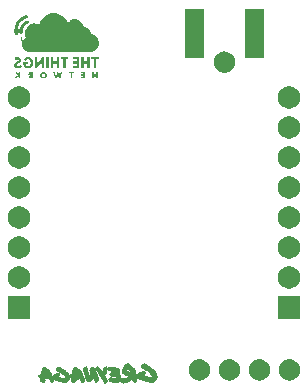
<source format=gbr>
G04 #@! TF.GenerationSoftware,KiCad,Pcbnew,5.1.5-52549c5~84~ubuntu18.04.1*
G04 #@! TF.CreationDate,2020-01-02T13:17:24-07:00*
G04 #@! TF.ProjectId,wemos-01,77656d6f-732d-4303-912e-6b696361645f,rev?*
G04 #@! TF.SameCoordinates,Original*
G04 #@! TF.FileFunction,Soldermask,Bot*
G04 #@! TF.FilePolarity,Negative*
%FSLAX46Y46*%
G04 Gerber Fmt 4.6, Leading zero omitted, Abs format (unit mm)*
G04 Created by KiCad (PCBNEW 5.1.5-52549c5~84~ubuntu18.04.1) date 2020-01-02 13:17:24*
%MOMM*%
%LPD*%
G04 APERTURE LIST*
%ADD10C,0.100000*%
%ADD11C,0.010000*%
G04 APERTURE END LIST*
D10*
G36*
X127883485Y-84483293D02*
G01*
X127904975Y-84525111D01*
X127926465Y-84566929D01*
X127947955Y-84608747D01*
X127969445Y-84650565D01*
X127985054Y-84640764D01*
X128026364Y-84619202D01*
X128085098Y-84597639D01*
X128152980Y-84587838D01*
X128200062Y-84593356D01*
X128233422Y-84609328D01*
X128253279Y-84634884D01*
X128259849Y-84669151D01*
X128244458Y-84705198D01*
X128202930Y-84737977D01*
X128142235Y-84769450D01*
X128069344Y-84801576D01*
X127992459Y-84841434D01*
X127922980Y-84897409D01*
X127872668Y-84968195D01*
X127853283Y-85052485D01*
X127882215Y-85190717D01*
X127959281Y-85281904D01*
X128069888Y-85332144D01*
X128199445Y-85347535D01*
X128344320Y-85328296D01*
X128452387Y-85285969D01*
X128519942Y-85243643D01*
X128543283Y-85224404D01*
X128517147Y-85180262D01*
X128491011Y-85136121D01*
X128464874Y-85091980D01*
X128438738Y-85047838D01*
X128417901Y-85063810D01*
X128364394Y-85098949D01*
X128291721Y-85134088D01*
X128213384Y-85150060D01*
X128173091Y-85147991D01*
X128129748Y-85136992D01*
X128095117Y-85109876D01*
X128080960Y-85059454D01*
X128097912Y-85015930D01*
X128143397Y-84979593D01*
X128209355Y-84945434D01*
X128287728Y-84908444D01*
X128361999Y-84862633D01*
X128416667Y-84806803D01*
X128450427Y-84743132D01*
X128461970Y-84673798D01*
X128436088Y-84558326D01*
X128368170Y-84469644D01*
X128272808Y-84412761D01*
X128164596Y-84392687D01*
X128052065Y-84407824D01*
X127963056Y-84438861D01*
X127904540Y-84469462D01*
X127883485Y-84483293D01*
G37*
G36*
X128622273Y-85012990D02*
G01*
X128684746Y-85162911D01*
X128785771Y-85266222D01*
X128910753Y-85325973D01*
X129045101Y-85345212D01*
X129218690Y-85307750D01*
X129360480Y-85205818D01*
X129456096Y-85055098D01*
X129491162Y-84871273D01*
X129457402Y-84685487D01*
X129363965Y-84534985D01*
X129222611Y-84434142D01*
X129045101Y-84397333D01*
X128932751Y-84408260D01*
X128838043Y-84439442D01*
X128758582Y-84488484D01*
X128691970Y-84552990D01*
X128726238Y-84590742D01*
X128760505Y-84628495D01*
X128794773Y-84666247D01*
X128829041Y-84704000D01*
X128872093Y-84649585D01*
X128920808Y-84613684D01*
X128974751Y-84593900D01*
X129033485Y-84587838D01*
X129123692Y-84610272D01*
X129197563Y-84671475D01*
X129247477Y-84762298D01*
X129265808Y-84873596D01*
X129247477Y-84983187D01*
X129197563Y-85072523D01*
X129123692Y-85132672D01*
X129033485Y-85154707D01*
X128960122Y-85142800D01*
X128896124Y-85108242D01*
X128850857Y-85052775D01*
X128833687Y-84978141D01*
X128885960Y-84978141D01*
X128938233Y-84978141D01*
X128990505Y-84978141D01*
X129042778Y-84978141D01*
X129042778Y-84937485D01*
X129042778Y-84896828D01*
X129042778Y-84856172D01*
X129042778Y-84815515D01*
X128937071Y-84815515D01*
X128831364Y-84815515D01*
X128725657Y-84815515D01*
X128619950Y-84815515D01*
X128619950Y-84864884D01*
X128619950Y-84914252D01*
X128619950Y-84963621D01*
X128619950Y-85012990D01*
X128620531Y-85012990D01*
X128621112Y-85012990D01*
X128621692Y-85012990D01*
X128622273Y-85012990D01*
G37*
G36*
X130202071Y-85328949D02*
G01*
X130254344Y-85328949D01*
X130306616Y-85328949D01*
X130358889Y-85328949D01*
X130411162Y-85328949D01*
X130411162Y-85099530D01*
X130411162Y-84870111D01*
X130411162Y-84640692D01*
X130411162Y-84411273D01*
X130358889Y-84411273D01*
X130306616Y-84411273D01*
X130254344Y-84411273D01*
X130202071Y-84411273D01*
X130111465Y-84552990D01*
X130020859Y-84694707D01*
X129930253Y-84836424D01*
X129839647Y-84978141D01*
X129839066Y-84978141D01*
X129838485Y-84978141D01*
X129837904Y-84978141D01*
X129837323Y-84978141D01*
X129837323Y-84836424D01*
X129837323Y-84694707D01*
X129837323Y-84552990D01*
X129837323Y-84411273D01*
X129785051Y-84411273D01*
X129732778Y-84411273D01*
X129680505Y-84411273D01*
X129628233Y-84411273D01*
X129628233Y-84640692D01*
X129628233Y-84870111D01*
X129628233Y-85099530D01*
X129628233Y-85328949D01*
X129680505Y-85328949D01*
X129732778Y-85328949D01*
X129785051Y-85328949D01*
X129837323Y-85328949D01*
X129927930Y-85187232D01*
X130018536Y-85045515D01*
X130109142Y-84903798D01*
X130199748Y-84762081D01*
X130200328Y-84762081D01*
X130200909Y-84762081D01*
X130201490Y-84762081D01*
X130202071Y-84762081D01*
X130202071Y-84903798D01*
X130202071Y-85045515D01*
X130202071Y-85187232D01*
X130202071Y-85328949D01*
G37*
G36*
X130587727Y-85328949D02*
G01*
X130640000Y-85328949D01*
X130692273Y-85328949D01*
X130744546Y-85328949D01*
X130796818Y-85328949D01*
X130796818Y-85099530D01*
X130796818Y-84870111D01*
X130796818Y-84640692D01*
X130796818Y-84411273D01*
X130744546Y-84411273D01*
X130692273Y-84411273D01*
X130640000Y-84411273D01*
X130587727Y-84411273D01*
X130587727Y-84640692D01*
X130587727Y-84870111D01*
X130587727Y-85099530D01*
X130587727Y-85328949D01*
G37*
G36*
X131479848Y-85328949D02*
G01*
X131532121Y-85328949D01*
X131584394Y-85328949D01*
X131636667Y-85328949D01*
X131688939Y-85328949D01*
X131688939Y-85099530D01*
X131688939Y-84870111D01*
X131688939Y-84640692D01*
X131688939Y-84411273D01*
X131636667Y-84411273D01*
X131584394Y-84411273D01*
X131532121Y-84411273D01*
X131479848Y-84411273D01*
X131479848Y-84503040D01*
X131479848Y-84594808D01*
X131479848Y-84686576D01*
X131479848Y-84778343D01*
X131406086Y-84778343D01*
X131332323Y-84778343D01*
X131258561Y-84778343D01*
X131184798Y-84778343D01*
X131184798Y-84686576D01*
X131184798Y-84594808D01*
X131184798Y-84503040D01*
X131184798Y-84411273D01*
X131132525Y-84411273D01*
X131080253Y-84411273D01*
X131027980Y-84411273D01*
X130975707Y-84411273D01*
X130975707Y-84640692D01*
X130975707Y-84870111D01*
X130975707Y-85099530D01*
X130975707Y-85328949D01*
X131027980Y-85328949D01*
X131080253Y-85328949D01*
X131132525Y-85328949D01*
X131184798Y-85328949D01*
X131184798Y-85236601D01*
X131184798Y-85144252D01*
X131184798Y-85051904D01*
X131184798Y-84959555D01*
X131258561Y-84959555D01*
X131332323Y-84959555D01*
X131406086Y-84959555D01*
X131479848Y-84959555D01*
X131479848Y-85051904D01*
X131479848Y-85144252D01*
X131479848Y-85236601D01*
X131479848Y-85328949D01*
G37*
G36*
X132453283Y-84411273D02*
G01*
X132292399Y-84411273D01*
X132131515Y-84411273D01*
X131970631Y-84411273D01*
X131809747Y-84411273D01*
X131809747Y-84457156D01*
X131809747Y-84503040D01*
X131809747Y-84548924D01*
X131809747Y-84594808D01*
X131864343Y-84594808D01*
X131918939Y-84594808D01*
X131973535Y-84594808D01*
X132028131Y-84594808D01*
X132028131Y-84777762D01*
X132028131Y-84960717D01*
X132028131Y-85143671D01*
X132028131Y-85326626D01*
X132080404Y-85326626D01*
X132132677Y-85326626D01*
X132184949Y-85326626D01*
X132237222Y-85326626D01*
X132237222Y-85143671D01*
X132237222Y-84960717D01*
X132237222Y-84777762D01*
X132237222Y-84594808D01*
X132291818Y-84594808D01*
X132346414Y-84594808D01*
X132401010Y-84594808D01*
X132455606Y-84594808D01*
X132455025Y-84548924D01*
X132454444Y-84503040D01*
X132453863Y-84457156D01*
X132453283Y-84411273D01*
G37*
G36*
X132855202Y-84597131D02*
G01*
X132933611Y-84597131D01*
X133012020Y-84597131D01*
X133090429Y-84597131D01*
X133168838Y-84597131D01*
X133168838Y-84642434D01*
X133168838Y-84687737D01*
X133168838Y-84733040D01*
X133168838Y-84778343D01*
X133093333Y-84778343D01*
X133017828Y-84778343D01*
X132942323Y-84778343D01*
X132866818Y-84778343D01*
X132866818Y-84824227D01*
X132866818Y-84870111D01*
X132866818Y-84915995D01*
X132866818Y-84961879D01*
X132942323Y-84961879D01*
X133017828Y-84961879D01*
X133093333Y-84961879D01*
X133168838Y-84961879D01*
X133168838Y-85007762D01*
X133168838Y-85053646D01*
X133168838Y-85099530D01*
X133168838Y-85145414D01*
X133089848Y-85145414D01*
X133010858Y-85145414D01*
X132931868Y-85145414D01*
X132852879Y-85145414D01*
X132852879Y-85191298D01*
X132852879Y-85237182D01*
X132852879Y-85283065D01*
X132852879Y-85328949D01*
X132984722Y-85328949D01*
X133116565Y-85328949D01*
X133248409Y-85328949D01*
X133380252Y-85328949D01*
X133380252Y-85099530D01*
X133380252Y-84870111D01*
X133380252Y-84640692D01*
X133380252Y-84411273D01*
X133248990Y-84411273D01*
X133117727Y-84411273D01*
X132986464Y-84411273D01*
X132855202Y-84411273D01*
X132855202Y-84457737D01*
X132855202Y-84504202D01*
X132855202Y-84550667D01*
X132855202Y-84597131D01*
G37*
G36*
X134060959Y-85328949D02*
G01*
X134113232Y-85328949D01*
X134165505Y-85328949D01*
X134217777Y-85328949D01*
X134270050Y-85328949D01*
X134270050Y-85099530D01*
X134270050Y-84870111D01*
X134270050Y-84640692D01*
X134270050Y-84411273D01*
X134217777Y-84411273D01*
X134165505Y-84411273D01*
X134113232Y-84411273D01*
X134060959Y-84411273D01*
X134060959Y-84503040D01*
X134060959Y-84594808D01*
X134060959Y-84686576D01*
X134060959Y-84778343D01*
X133987197Y-84778343D01*
X133913434Y-84778343D01*
X133839671Y-84778343D01*
X133765909Y-84778343D01*
X133765909Y-84686576D01*
X133765909Y-84594808D01*
X133765909Y-84503040D01*
X133765909Y-84411273D01*
X133713636Y-84411273D01*
X133661363Y-84411273D01*
X133609091Y-84411273D01*
X133556818Y-84411273D01*
X133556818Y-84640692D01*
X133556818Y-84870111D01*
X133556818Y-85099530D01*
X133556818Y-85328949D01*
X133609091Y-85328949D01*
X133661363Y-85328949D01*
X133713636Y-85328949D01*
X133765909Y-85328949D01*
X133765909Y-85236601D01*
X133765909Y-85144252D01*
X133765909Y-85051904D01*
X133765909Y-84959555D01*
X133839671Y-84959555D01*
X133913434Y-84959555D01*
X133987197Y-84959555D01*
X134060959Y-84959555D01*
X134060959Y-85051904D01*
X134060959Y-85144252D01*
X134060959Y-85236601D01*
X134060959Y-85328949D01*
G37*
G36*
X135034393Y-84411273D02*
G01*
X134873510Y-84411273D01*
X134712626Y-84411273D01*
X134551742Y-84411273D01*
X134390858Y-84411273D01*
X134390858Y-84457156D01*
X134390858Y-84503040D01*
X134390858Y-84548924D01*
X134390858Y-84594808D01*
X134445454Y-84594808D01*
X134500050Y-84594808D01*
X134554646Y-84594808D01*
X134609242Y-84594808D01*
X134609242Y-84777762D01*
X134609242Y-84960717D01*
X134609242Y-85143671D01*
X134609242Y-85326626D01*
X134661515Y-85326626D01*
X134713787Y-85326626D01*
X134766060Y-85326626D01*
X134818333Y-85326626D01*
X134818333Y-85143671D01*
X134818333Y-84960717D01*
X134818333Y-84777762D01*
X134818333Y-84594808D01*
X134872929Y-84594808D01*
X134927525Y-84594808D01*
X134982121Y-84594808D01*
X135036717Y-84594808D01*
X135036136Y-84548924D01*
X135035555Y-84503040D01*
X135034974Y-84457156D01*
X135034393Y-84411273D01*
G37*
G36*
X128078637Y-86197838D02*
G01*
X128129748Y-86139176D01*
X128180859Y-86080515D01*
X128231970Y-86021853D01*
X128283081Y-85963192D01*
X128283081Y-86021853D01*
X128283081Y-86080515D01*
X128283081Y-86139176D01*
X128283081Y-86197838D01*
X128314445Y-86197838D01*
X128345809Y-86197838D01*
X128377172Y-86197838D01*
X128408536Y-86197838D01*
X128408536Y-86060187D01*
X128408536Y-85922535D01*
X128408536Y-85784884D01*
X128408536Y-85647232D01*
X128377172Y-85647232D01*
X128345809Y-85647232D01*
X128314445Y-85647232D01*
X128283081Y-85647232D01*
X128283081Y-85704151D01*
X128283081Y-85761070D01*
X128283081Y-85817990D01*
X128283081Y-85874909D01*
X128235455Y-85817990D01*
X128187829Y-85761070D01*
X128140202Y-85704151D01*
X128092576Y-85647232D01*
X128054243Y-85647232D01*
X128015910Y-85647232D01*
X127977576Y-85647232D01*
X127939243Y-85647232D01*
X127995581Y-85712283D01*
X128051920Y-85777333D01*
X128108258Y-85842384D01*
X128164596Y-85907434D01*
X128100708Y-85980035D01*
X128036819Y-86052636D01*
X127972930Y-86125237D01*
X127909041Y-86197838D01*
X127951440Y-86197838D01*
X127993839Y-86197838D01*
X128036238Y-86197838D01*
X128078637Y-86197838D01*
G37*
G36*
X129256515Y-85644909D02*
G01*
X129221812Y-85774828D01*
X129246061Y-85752649D01*
X129279022Y-85743973D01*
X129314596Y-85742485D01*
X129318081Y-85742485D01*
X129321566Y-85742485D01*
X129325051Y-85742485D01*
X129328536Y-85742485D01*
X129328536Y-85778495D01*
X129328536Y-85814505D01*
X129328536Y-85850515D01*
X129328536Y-85886525D01*
X129325051Y-85886525D01*
X129321566Y-85886525D01*
X129318081Y-85886525D01*
X129314596Y-85886525D01*
X129314596Y-85887687D01*
X129314596Y-85888848D01*
X129314596Y-85890010D01*
X129362803Y-85891752D01*
X129326249Y-85890264D01*
X129293397Y-85881588D01*
X129269693Y-85859408D01*
X129212374Y-85816828D01*
X129221812Y-85774828D01*
X129256515Y-85644909D01*
X129185076Y-85655327D01*
X129127576Y-85686437D01*
X129089243Y-85738020D01*
X129075303Y-85809858D01*
X129083616Y-85866233D01*
X129106957Y-85912371D01*
X129142931Y-85946747D01*
X129189142Y-85967838D01*
X129141515Y-86025338D01*
X129093889Y-86082838D01*
X129046263Y-86140338D01*
X128998637Y-86197838D01*
X129038132Y-86197838D01*
X129077627Y-86197838D01*
X129117122Y-86197838D01*
X129156616Y-86197838D01*
X129198435Y-86143242D01*
X129240253Y-86088646D01*
X129282071Y-86034050D01*
X129323889Y-85979454D01*
X129323889Y-86034050D01*
X129323889Y-86088646D01*
X129323889Y-86143242D01*
X129323889Y-86197838D01*
X129355253Y-86197838D01*
X129386616Y-86197838D01*
X129417980Y-86197838D01*
X129449344Y-86197838D01*
X129449344Y-86060187D01*
X129449344Y-85922535D01*
X129449344Y-85784884D01*
X129449344Y-85647232D01*
X129401137Y-85646651D01*
X129352930Y-85646070D01*
X129304723Y-85645490D01*
X129256515Y-85644909D01*
G37*
G36*
X130355404Y-85635616D02*
G01*
X130248826Y-85806954D01*
X130293076Y-85768766D01*
X130355404Y-85754101D01*
X130418712Y-85768113D01*
X130462854Y-85805212D01*
X130488700Y-85857993D01*
X130497121Y-85919050D01*
X130489353Y-85980108D01*
X130464596Y-86032889D01*
X130420672Y-86069988D01*
X130355404Y-86084000D01*
X130291116Y-86069988D01*
X130247083Y-86032889D01*
X130221782Y-85980108D01*
X130213687Y-85919050D01*
X130222436Y-85859953D01*
X130248826Y-85806954D01*
X130355404Y-85635616D01*
X130247156Y-85657687D01*
X130158510Y-85718091D01*
X130098614Y-85808116D01*
X130076616Y-85919050D01*
X130097634Y-86032308D01*
X130155897Y-86122914D01*
X130244216Y-86183027D01*
X130355404Y-86204808D01*
X130468553Y-86182701D01*
X130556654Y-86122043D01*
X130613828Y-86031328D01*
X130634192Y-85919050D01*
X130612194Y-85807136D01*
X130552298Y-85717219D01*
X130463652Y-85657360D01*
X130355404Y-85635616D01*
G37*
G36*
X131570455Y-85888848D02*
G01*
X131592525Y-85966096D01*
X131614596Y-86043343D01*
X131636667Y-86120591D01*
X131658737Y-86197838D01*
X131693586Y-86197838D01*
X131728434Y-86197838D01*
X131763283Y-86197838D01*
X131798131Y-86197838D01*
X131837045Y-86060187D01*
X131875960Y-85922535D01*
X131914874Y-85784884D01*
X131953788Y-85647232D01*
X131919520Y-85647232D01*
X131885252Y-85647232D01*
X131850985Y-85647232D01*
X131816717Y-85647232D01*
X131793485Y-85742485D01*
X131770252Y-85837737D01*
X131747020Y-85932990D01*
X131723788Y-86028242D01*
X131723207Y-86028242D01*
X131722626Y-86028242D01*
X131722045Y-86028242D01*
X131721465Y-86028242D01*
X131696490Y-85932990D01*
X131671515Y-85837737D01*
X131646540Y-85742485D01*
X131621566Y-85647232D01*
X131598333Y-85647232D01*
X131575101Y-85647232D01*
X131551869Y-85647232D01*
X131528636Y-85647232D01*
X131503662Y-85742485D01*
X131478687Y-85837737D01*
X131453712Y-85932990D01*
X131428737Y-86028242D01*
X131426414Y-86028242D01*
X131424091Y-86028242D01*
X131421768Y-86028242D01*
X131419444Y-86028242D01*
X131396212Y-85932990D01*
X131372980Y-85837737D01*
X131349747Y-85742485D01*
X131326515Y-85647232D01*
X131291667Y-85647232D01*
X131256818Y-85647232D01*
X131221970Y-85647232D01*
X131187121Y-85647232D01*
X131226035Y-85784884D01*
X131264950Y-85922535D01*
X131303864Y-86060187D01*
X131342778Y-86197838D01*
X131377626Y-86197838D01*
X131412475Y-86197838D01*
X131447323Y-86197838D01*
X131482172Y-86197838D01*
X131504242Y-86120591D01*
X131526313Y-86043343D01*
X131548384Y-85966096D01*
X131570455Y-85888848D01*
G37*
G36*
X132910959Y-85644909D02*
G01*
X132813964Y-85644909D01*
X132716970Y-85644909D01*
X132619975Y-85644909D01*
X132522980Y-85644909D01*
X132522980Y-85672788D01*
X132522980Y-85700666D01*
X132522980Y-85728545D01*
X132522980Y-85756424D01*
X132555505Y-85756424D01*
X132588030Y-85756424D01*
X132620555Y-85756424D01*
X132653081Y-85756424D01*
X132653081Y-85866197D01*
X132653081Y-85975969D01*
X132653081Y-86085742D01*
X132653081Y-86195515D01*
X132684444Y-86195515D01*
X132715808Y-86195515D01*
X132747172Y-86195515D01*
X132778535Y-86195515D01*
X132778535Y-86085742D01*
X132778535Y-85975969D01*
X132778535Y-85866197D01*
X132778535Y-85756424D01*
X132811060Y-85756424D01*
X132843586Y-85756424D01*
X132876111Y-85756424D01*
X132908636Y-85756424D01*
X132909217Y-85728545D01*
X132909798Y-85700666D01*
X132910379Y-85672788D01*
X132910959Y-85644909D01*
G37*
G36*
X133515000Y-85754101D02*
G01*
X133562626Y-85754101D01*
X133610252Y-85754101D01*
X133657878Y-85754101D01*
X133705505Y-85754101D01*
X133705505Y-85780818D01*
X133705505Y-85807535D01*
X133705505Y-85834252D01*
X133705505Y-85860969D01*
X133660202Y-85860969D01*
X133614899Y-85860969D01*
X133569596Y-85860969D01*
X133524293Y-85860969D01*
X133524293Y-85888848D01*
X133524293Y-85916727D01*
X133524293Y-85944606D01*
X133524293Y-85972484D01*
X133569596Y-85972484D01*
X133614899Y-85972484D01*
X133660202Y-85972484D01*
X133705505Y-85972484D01*
X133705505Y-86000363D01*
X133705505Y-86028242D01*
X133705505Y-86056121D01*
X133705505Y-86084000D01*
X133657878Y-86084000D01*
X133610252Y-86084000D01*
X133562626Y-86084000D01*
X133515000Y-86084000D01*
X133515000Y-86111878D01*
X133515000Y-86139757D01*
X133515000Y-86167636D01*
X133515000Y-86195515D01*
X133593990Y-86195515D01*
X133672979Y-86195515D01*
X133751969Y-86195515D01*
X133830959Y-86195515D01*
X133830959Y-86057863D01*
X133830959Y-85920212D01*
X133830959Y-85782560D01*
X133830959Y-85644909D01*
X133751969Y-85644909D01*
X133672979Y-85644909D01*
X133593990Y-85644909D01*
X133515000Y-85644909D01*
X133515000Y-85672207D01*
X133515000Y-85699505D01*
X133515000Y-85726803D01*
X133515000Y-85754101D01*
G37*
G36*
X134827626Y-86197838D02*
G01*
X134858989Y-86197838D01*
X134890353Y-86197838D01*
X134921717Y-86197838D01*
X134953080Y-86197838D01*
X134953080Y-86060187D01*
X134953080Y-85922535D01*
X134953080Y-85784884D01*
X134953080Y-85647232D01*
X134921717Y-85647232D01*
X134890353Y-85647232D01*
X134858989Y-85647232D01*
X134827626Y-85647232D01*
X134772449Y-85733192D01*
X134717272Y-85819151D01*
X134662096Y-85905111D01*
X134606919Y-85991070D01*
X134606919Y-85905111D01*
X134606919Y-85819151D01*
X134606919Y-85733192D01*
X134606919Y-85647232D01*
X134575555Y-85647232D01*
X134544191Y-85647232D01*
X134512828Y-85647232D01*
X134481464Y-85647232D01*
X134481464Y-85784884D01*
X134481464Y-85922535D01*
X134481464Y-86060187D01*
X134481464Y-86197838D01*
X134512828Y-86197838D01*
X134544191Y-86197838D01*
X134575555Y-86197838D01*
X134606919Y-86197838D01*
X134662096Y-86111878D01*
X134717272Y-86025919D01*
X134772449Y-85939959D01*
X134827626Y-85854000D01*
X134827626Y-85939959D01*
X134827626Y-86025919D01*
X134827626Y-86111878D01*
X134827626Y-86197838D01*
G37*
G36*
X128529344Y-83228748D02*
G01*
X128202603Y-81841851D01*
X128167210Y-82022990D01*
X128163616Y-82207614D01*
X128192475Y-82390061D01*
X128193165Y-82440409D01*
X128173599Y-82486184D01*
X128137916Y-82521069D01*
X128090253Y-82538748D01*
X128042772Y-82542741D01*
X127997905Y-82528874D01*
X127960878Y-82500196D01*
X127936920Y-82459758D01*
X127898187Y-82172947D01*
X127923271Y-81883306D01*
X128009775Y-81605426D01*
X128155303Y-81353899D01*
X128155304Y-81353900D01*
X128302902Y-81186808D01*
X128477071Y-81046942D01*
X128672150Y-80938005D01*
X128882475Y-80863697D01*
X128930827Y-80863516D01*
X128974824Y-80881412D01*
X129009236Y-80913683D01*
X129028839Y-80956627D01*
X129035990Y-81007520D01*
X129021579Y-81057106D01*
X128989308Y-81097110D01*
X128942879Y-81119253D01*
X128733716Y-81199731D01*
X128546768Y-81322245D01*
X128389442Y-81480915D01*
X128269142Y-81669859D01*
X128202603Y-81841851D01*
X128529344Y-83228748D01*
X128529344Y-82415616D01*
X128481173Y-82419537D01*
X128434963Y-82405162D01*
X128397029Y-82375105D01*
X128373687Y-82331980D01*
X128345954Y-82150514D01*
X128359167Y-81967523D01*
X128411585Y-81791937D01*
X128501465Y-81632687D01*
X128598859Y-81521898D01*
X128714331Y-81429404D01*
X128844178Y-81359562D01*
X128984697Y-81316728D01*
X129053741Y-81326565D01*
X129104925Y-81372776D01*
X129129101Y-81438588D01*
X129117122Y-81507233D01*
X129101295Y-81532861D01*
X129079369Y-81553697D01*
X129053087Y-81569306D01*
X129024192Y-81579253D01*
X128915109Y-81620599D01*
X128817134Y-81683508D01*
X128734405Y-81765148D01*
X128671061Y-81862687D01*
X128633163Y-81958448D01*
X128613561Y-82059000D01*
X128612254Y-82161295D01*
X128629243Y-82262283D01*
X128631276Y-82313031D01*
X128612399Y-82359859D01*
X128576970Y-82396232D01*
X128529344Y-82415616D01*
X128529344Y-83228748D01*
X128531740Y-83375910D01*
X128562450Y-83515667D01*
X128568214Y-83532464D01*
X128574398Y-83549091D01*
X128580999Y-83565544D01*
X128588015Y-83581815D01*
X128595442Y-83597899D01*
X128603278Y-83613790D01*
X128611521Y-83629482D01*
X128620168Y-83644969D01*
X128629216Y-83660245D01*
X128638664Y-83675304D01*
X128648508Y-83690140D01*
X128658746Y-83704747D01*
X128669375Y-83719119D01*
X128680394Y-83733251D01*
X128691798Y-83747135D01*
X128703586Y-83760768D01*
X128716633Y-83774938D01*
X128730066Y-83788697D01*
X128743879Y-83802043D01*
X128758064Y-83814973D01*
X128772613Y-83827485D01*
X128787519Y-83839575D01*
X128802773Y-83851241D01*
X128818368Y-83862482D01*
X128834297Y-83873293D01*
X128850552Y-83883673D01*
X128867125Y-83893619D01*
X128884009Y-83903129D01*
X128901195Y-83912200D01*
X128918677Y-83920829D01*
X128936446Y-83929014D01*
X128954495Y-83936752D01*
X128972817Y-83944042D01*
X128991403Y-83950879D01*
X129010246Y-83957262D01*
X129029338Y-83963188D01*
X129048672Y-83968655D01*
X129068239Y-83973660D01*
X129088034Y-83978200D01*
X129108046Y-83982273D01*
X129128270Y-83985877D01*
X129148697Y-83989008D01*
X129169320Y-83991665D01*
X129190131Y-83993844D01*
X129211122Y-83995544D01*
X129232286Y-83996761D01*
X129253615Y-83997492D01*
X129275101Y-83997738D01*
X129430685Y-83997738D01*
X129586269Y-83997738D01*
X129741853Y-83997738D01*
X129897437Y-83997738D01*
X130053021Y-83997738D01*
X130208605Y-83997738D01*
X130364189Y-83997738D01*
X130519773Y-83997738D01*
X130675357Y-83997738D01*
X130830941Y-83997738D01*
X130986525Y-83997738D01*
X131142109Y-83997738D01*
X131297693Y-83997738D01*
X131453277Y-83997738D01*
X131608860Y-83997738D01*
X131764444Y-83997738D01*
X131920028Y-83997738D01*
X132075612Y-83997738D01*
X132231196Y-83997738D01*
X132386780Y-83997738D01*
X132542364Y-83997738D01*
X132697948Y-83997738D01*
X132853532Y-83997738D01*
X133009116Y-83997738D01*
X133164700Y-83997738D01*
X133320284Y-83997738D01*
X133475868Y-83997738D01*
X133631452Y-83997738D01*
X133787036Y-83997738D01*
X133942620Y-83997738D01*
X134098204Y-83997738D01*
X134253787Y-83997738D01*
X134254006Y-83997738D01*
X134254223Y-83997738D01*
X134254441Y-83997738D01*
X134254660Y-83997738D01*
X134254878Y-83997738D01*
X134255097Y-83997738D01*
X134255314Y-83997738D01*
X134255532Y-83997738D01*
X134255751Y-83997738D01*
X134255969Y-83997738D01*
X134256187Y-83997738D01*
X134256405Y-83997738D01*
X134256623Y-83997738D01*
X134256841Y-83997738D01*
X134257060Y-83997738D01*
X134257278Y-83997738D01*
X134257495Y-83997738D01*
X134257714Y-83997738D01*
X134257932Y-83997738D01*
X134258151Y-83997738D01*
X134258369Y-83997738D01*
X134258586Y-83997738D01*
X134258805Y-83997738D01*
X134259023Y-83997738D01*
X134259241Y-83997738D01*
X134259460Y-83997738D01*
X134259677Y-83997738D01*
X134259895Y-83997738D01*
X134260114Y-83997738D01*
X134260332Y-83997738D01*
X134260550Y-83997738D01*
X134260768Y-83997738D01*
X134260837Y-83997738D01*
X134260907Y-83997738D01*
X134260977Y-83997738D01*
X134261046Y-83997738D01*
X134261116Y-83997738D01*
X134261186Y-83997738D01*
X134261256Y-83997738D01*
X134261325Y-83997738D01*
X134261395Y-83997738D01*
X134261465Y-83997738D01*
X134261534Y-83997738D01*
X134261604Y-83997738D01*
X134261674Y-83997738D01*
X134261743Y-83997738D01*
X134261813Y-83997738D01*
X134261883Y-83997738D01*
X134261952Y-83997738D01*
X134262022Y-83997738D01*
X134262092Y-83997738D01*
X134262162Y-83997738D01*
X134262231Y-83997738D01*
X134262301Y-83997738D01*
X134262371Y-83997738D01*
X134262440Y-83997738D01*
X134262510Y-83997738D01*
X134262580Y-83997738D01*
X134262649Y-83997738D01*
X134262719Y-83997738D01*
X134262789Y-83997738D01*
X134262859Y-83997738D01*
X134262928Y-83997738D01*
X134262998Y-83997738D01*
X134263143Y-83997738D01*
X134263288Y-83997738D01*
X134263434Y-83997738D01*
X134263579Y-83997738D01*
X134263724Y-83997738D01*
X134263869Y-83997738D01*
X134264014Y-83997738D01*
X134264160Y-83997738D01*
X134264305Y-83997738D01*
X134264450Y-83997738D01*
X134264595Y-83997738D01*
X134264740Y-83997738D01*
X134264886Y-83997738D01*
X134265031Y-83997738D01*
X134265176Y-83997738D01*
X134265321Y-83997738D01*
X134265466Y-83997738D01*
X134265612Y-83997738D01*
X134265757Y-83997738D01*
X134265902Y-83997738D01*
X134266047Y-83997738D01*
X134266192Y-83997738D01*
X134266338Y-83997738D01*
X134266483Y-83997738D01*
X134266628Y-83997738D01*
X134266773Y-83997738D01*
X134266918Y-83997738D01*
X134267064Y-83997738D01*
X134267209Y-83997738D01*
X134267354Y-83997738D01*
X134267499Y-83997738D01*
X134267727Y-83997738D01*
X134286641Y-83997296D01*
X134305479Y-83996407D01*
X134324237Y-83995075D01*
X134342905Y-83993300D01*
X134361479Y-83991087D01*
X134379950Y-83988437D01*
X134398312Y-83985354D01*
X134416559Y-83981838D01*
X134434683Y-83977895D01*
X134452678Y-83973525D01*
X134470537Y-83968731D01*
X134488252Y-83963516D01*
X134505818Y-83957882D01*
X134523228Y-83951833D01*
X134540474Y-83945370D01*
X134557550Y-83938496D01*
X134574449Y-83931213D01*
X134591164Y-83923525D01*
X134607689Y-83915434D01*
X134624016Y-83906941D01*
X134640139Y-83898051D01*
X134656052Y-83888765D01*
X134671746Y-83879086D01*
X134687215Y-83869017D01*
X134702454Y-83858559D01*
X134717454Y-83847716D01*
X134732209Y-83836490D01*
X134746712Y-83824884D01*
X134760956Y-83812900D01*
X134774936Y-83800541D01*
X134788642Y-83787810D01*
X134802070Y-83774707D01*
X134816023Y-83760619D01*
X134829566Y-83746239D01*
X134842696Y-83731574D01*
X134855414Y-83716631D01*
X134867716Y-83701417D01*
X134879601Y-83685940D01*
X134891068Y-83670207D01*
X134902114Y-83654226D01*
X134912739Y-83638002D01*
X134922940Y-83621544D01*
X134932715Y-83604859D01*
X134942063Y-83587955D01*
X134950983Y-83570837D01*
X134959472Y-83553514D01*
X134967528Y-83535993D01*
X134975151Y-83518280D01*
X135020309Y-83370573D01*
X135036717Y-83214808D01*
X135024524Y-83071417D01*
X134989272Y-82937146D01*
X134932947Y-82814146D01*
X134857537Y-82704568D01*
X134765030Y-82610564D01*
X134657413Y-82534283D01*
X134536673Y-82477876D01*
X134404798Y-82443495D01*
X134375725Y-82323781D01*
X134326425Y-82211499D01*
X134258883Y-82108419D01*
X134175088Y-82016311D01*
X134077027Y-81936944D01*
X133966687Y-81872089D01*
X133846056Y-81823514D01*
X133717121Y-81792990D01*
X133707329Y-81744456D01*
X133693671Y-81696576D01*
X133676201Y-81649567D01*
X133654974Y-81603647D01*
X133630045Y-81559033D01*
X133601468Y-81515945D01*
X133569296Y-81474599D01*
X133533586Y-81435212D01*
X133477265Y-81382540D01*
X133416698Y-81336185D01*
X133285000Y-81263293D01*
X133142847Y-81218281D01*
X132994596Y-81202889D01*
X132808411Y-81227937D01*
X132722002Y-81258021D01*
X132641174Y-81298723D01*
X132566772Y-81349226D01*
X132499638Y-81408713D01*
X132440618Y-81476368D01*
X132390555Y-81551374D01*
X132322737Y-81368229D01*
X132227421Y-81200493D01*
X132107384Y-81050944D01*
X131965404Y-80922359D01*
X131804257Y-80817514D01*
X131626720Y-80739187D01*
X131435571Y-80690154D01*
X131233586Y-80673192D01*
X131013246Y-80693493D01*
X130806002Y-80751964D01*
X130615584Y-80844957D01*
X130445720Y-80968824D01*
X130300141Y-81119915D01*
X130182578Y-81294584D01*
X130096759Y-81489182D01*
X130046414Y-81700061D01*
X129928864Y-81627129D01*
X129804290Y-81577474D01*
X129543435Y-81548760D01*
X129282579Y-81615444D01*
X129040455Y-81779051D01*
X129048586Y-81772081D01*
X129056718Y-81765111D01*
X129064849Y-81758142D01*
X129072980Y-81751172D01*
X128920409Y-81908861D01*
X128821200Y-82082233D01*
X128769472Y-82260831D01*
X128759344Y-82434202D01*
X128771505Y-82530398D01*
X128797387Y-82620061D01*
X128836773Y-82702753D01*
X128889445Y-82778040D01*
X128834377Y-82800656D01*
X128783447Y-82830023D01*
X128735567Y-82865924D01*
X128689647Y-82908141D01*
X128631965Y-82974644D01*
X128585392Y-83048116D01*
X128551451Y-83127687D01*
X128531667Y-83212485D01*
X128531632Y-83216006D01*
X128531378Y-83219745D01*
X128530688Y-83223919D01*
X128529345Y-83228748D01*
X128529345Y-83225154D01*
X128529345Y-83224392D01*
X128529345Y-83225807D01*
X128529345Y-83228748D01*
X128529344Y-83228748D01*
G37*
D11*
G36*
X137376746Y-110361171D02*
G01*
X137293408Y-110414287D01*
X137210742Y-110493836D01*
X137134104Y-110592471D01*
X137068850Y-110702845D01*
X137020337Y-110817612D01*
X136993924Y-110929426D01*
X136990666Y-110979153D01*
X136993485Y-111044002D01*
X137007034Y-111090116D01*
X137038956Y-111134341D01*
X137080625Y-111177470D01*
X137139614Y-111228562D01*
X137208312Y-111270882D01*
X137298911Y-111311190D01*
X137368835Y-111337212D01*
X137458348Y-111369771D01*
X137513321Y-111392529D01*
X137539390Y-111409039D01*
X137542187Y-111422855D01*
X137527585Y-111437350D01*
X137430100Y-111496605D01*
X137309956Y-111542804D01*
X137157799Y-111579493D01*
X137147231Y-111581510D01*
X137058766Y-111599442D01*
X136983303Y-111617031D01*
X136932732Y-111631415D01*
X136921875Y-111635761D01*
X136897516Y-111642417D01*
X136886960Y-111623196D01*
X136884833Y-111576516D01*
X136873830Y-111511390D01*
X136843051Y-111420793D01*
X136800166Y-111323587D01*
X136755255Y-111228018D01*
X136728562Y-111162175D01*
X136718162Y-111118552D01*
X136722128Y-111089642D01*
X136735361Y-111071024D01*
X136749332Y-111039740D01*
X136763161Y-110981953D01*
X136769560Y-110941884D01*
X136776156Y-110876095D01*
X136771417Y-110837853D01*
X136751789Y-110813095D01*
X136733824Y-110800430D01*
X136683512Y-110777591D01*
X136600452Y-110750578D01*
X136493741Y-110721618D01*
X136372478Y-110692937D01*
X136245762Y-110666761D01*
X136122691Y-110645317D01*
X136067269Y-110637317D01*
X135975801Y-110625761D01*
X135916302Y-110621001D01*
X135878836Y-110623847D01*
X135853463Y-110635106D01*
X135830248Y-110655587D01*
X135829144Y-110656688D01*
X135790472Y-110688920D01*
X135763000Y-110701666D01*
X135747998Y-110720024D01*
X135741833Y-110763630D01*
X135761846Y-110830512D01*
X135821549Y-110883725D01*
X135920444Y-110922897D01*
X135970661Y-110934510D01*
X136058820Y-110953903D01*
X136147946Y-110976704D01*
X136186333Y-110987899D01*
X136258092Y-111008911D01*
X136323148Y-111025728D01*
X136339791Y-111029391D01*
X136384665Y-111049682D01*
X136398000Y-111075406D01*
X136392811Y-111092699D01*
X136371562Y-111101150D01*
X136325727Y-111101870D01*
X136246780Y-111095967D01*
X136242805Y-111095609D01*
X136087610Y-111081545D01*
X136009972Y-111154768D01*
X135964939Y-111203350D01*
X135936923Y-111245340D01*
X135932333Y-111260733D01*
X135949469Y-111287975D01*
X135993936Y-111325352D01*
X136043458Y-111357206D01*
X136108130Y-111391069D01*
X136165410Y-111410404D01*
X136232158Y-111419122D01*
X136318936Y-111421134D01*
X136401916Y-111421944D01*
X136453616Y-111426589D01*
X136485089Y-111438766D01*
X136507387Y-111462172D01*
X136525232Y-111490125D01*
X136552488Y-111538623D01*
X136566681Y-111571285D01*
X136567254Y-111574791D01*
X136547802Y-111585667D01*
X136494807Y-111590140D01*
X136416520Y-111588530D01*
X136321194Y-111581160D01*
X136217081Y-111568351D01*
X136157404Y-111558816D01*
X135974762Y-111526966D01*
X135901662Y-111604467D01*
X135857204Y-111658382D01*
X135844599Y-111700809D01*
X135864765Y-111743849D01*
X135916316Y-111797452D01*
X135976437Y-111833056D01*
X136074488Y-111864902D01*
X136206156Y-111891958D01*
X136367125Y-111913191D01*
X136421731Y-111918380D01*
X136578669Y-111921301D01*
X136701685Y-111899630D01*
X136791420Y-111853220D01*
X136818262Y-111827554D01*
X136850519Y-111792343D01*
X136861853Y-111788024D01*
X136858481Y-111813001D01*
X136857480Y-111817465D01*
X136865823Y-111874369D01*
X136896582Y-111918007D01*
X136963122Y-111958746D01*
X137060235Y-111970677D01*
X137187482Y-111953807D01*
X137339916Y-111909715D01*
X137522028Y-111839347D01*
X137670594Y-111766692D01*
X137777380Y-111696500D01*
X136884833Y-111696500D01*
X136877089Y-111713922D01*
X136870722Y-111710611D01*
X136868189Y-111685491D01*
X136870722Y-111682388D01*
X136883306Y-111685294D01*
X136884833Y-111696500D01*
X137777380Y-111696500D01*
X137781490Y-111693799D01*
X137791982Y-111685207D01*
X137834040Y-111651202D01*
X137853124Y-111643388D01*
X137858297Y-111660277D01*
X137858500Y-111674294D01*
X137867938Y-111721218D01*
X137891469Y-111782949D01*
X137900351Y-111801388D01*
X137952410Y-111869085D01*
X138017413Y-111901704D01*
X138087645Y-111896500D01*
X138120742Y-111879897D01*
X138163259Y-111830817D01*
X138195047Y-111753883D01*
X138212144Y-111663029D01*
X138210586Y-111572192D01*
X138209773Y-111566797D01*
X138195769Y-111479220D01*
X138270837Y-111545131D01*
X138319305Y-111585379D01*
X138367079Y-111618070D01*
X138421956Y-111646556D01*
X138491735Y-111674186D01*
X138584215Y-111704312D01*
X138707195Y-111740286D01*
X138759157Y-111754954D01*
X139005142Y-111819202D01*
X139216604Y-111864202D01*
X139392885Y-111889871D01*
X139533329Y-111896131D01*
X139637277Y-111882900D01*
X139678833Y-111867194D01*
X139786041Y-111788152D01*
X139866896Y-111679152D01*
X139918526Y-111545462D01*
X139938056Y-111392350D01*
X139938062Y-111391945D01*
X139920814Y-111286740D01*
X139868664Y-111168820D01*
X139785426Y-111042604D01*
X139674910Y-110912507D01*
X139540929Y-110782948D01*
X139387293Y-110658344D01*
X139217814Y-110543111D01*
X139192000Y-110527351D01*
X139108717Y-110476410D01*
X139034118Y-110429304D01*
X138979152Y-110393014D01*
X138961604Y-110380460D01*
X138914707Y-110355284D01*
X138864477Y-110342892D01*
X138825194Y-110345092D01*
X138811000Y-110361414D01*
X138794029Y-110382205D01*
X138750868Y-110413069D01*
X138721362Y-110430441D01*
X138663478Y-110467812D01*
X138633163Y-110506938D01*
X138618095Y-110563741D01*
X138618067Y-110563911D01*
X138611344Y-110622889D01*
X138611663Y-110664671D01*
X138613052Y-110670453D01*
X138634880Y-110689504D01*
X138685628Y-110720857D01*
X138755877Y-110758867D01*
X138785138Y-110773592D01*
X138884512Y-110825708D01*
X138990999Y-110886380D01*
X139082335Y-110942901D01*
X139086166Y-110945431D01*
X139173662Y-111011181D01*
X139275006Y-111099299D01*
X139379068Y-111198964D01*
X139474720Y-111299353D01*
X139550832Y-111389647D01*
X139570285Y-111416129D01*
X139599131Y-111461459D01*
X139603331Y-111484992D01*
X139584838Y-111497863D01*
X139584637Y-111497941D01*
X139535100Y-111504648D01*
X139452926Y-111502023D01*
X139346562Y-111490950D01*
X139224454Y-111472311D01*
X139126191Y-111453083D01*
X138197166Y-111453083D01*
X138186583Y-111463666D01*
X138176000Y-111453083D01*
X138186583Y-111442500D01*
X138197166Y-111453083D01*
X139126191Y-111453083D01*
X139095048Y-111446989D01*
X139093150Y-111446575D01*
X138983292Y-111422009D01*
X138909576Y-111402388D01*
X138866742Y-111383818D01*
X138849529Y-111362409D01*
X138852680Y-111334267D01*
X138870934Y-111295499D01*
X138876054Y-111285904D01*
X138900575Y-111229850D01*
X138910076Y-111186283D01*
X138908776Y-111176866D01*
X138912495Y-111147298D01*
X138921830Y-111140973D01*
X138937872Y-111120083D01*
X138921510Y-111083969D01*
X138876839Y-111038857D01*
X138833837Y-111007176D01*
X138748752Y-110950869D01*
X138587939Y-111032643D01*
X138489864Y-111088733D01*
X138385852Y-111157947D01*
X138298039Y-111225532D01*
X138296271Y-111227049D01*
X138230565Y-111281793D01*
X138189617Y-111310357D01*
X138167634Y-111315863D01*
X138158822Y-111301433D01*
X138158769Y-111301132D01*
X138147785Y-111244020D01*
X138131059Y-111164674D01*
X138110794Y-111072690D01*
X138102135Y-111034598D01*
X137686879Y-111034598D01*
X137683455Y-111055909D01*
X137647496Y-111054967D01*
X137576668Y-111033810D01*
X137502269Y-111007017D01*
X137418405Y-110971836D01*
X137373547Y-110939790D01*
X137365278Y-110905285D01*
X137391178Y-110862726D01*
X137425010Y-110828265D01*
X137457043Y-110802426D01*
X137484841Y-110796409D01*
X137516091Y-110813996D01*
X137558479Y-110858972D01*
X137605468Y-110917081D01*
X137660105Y-110989001D01*
X137686879Y-111034598D01*
X138102135Y-111034598D01*
X138089191Y-110977660D01*
X138068451Y-110889179D01*
X138050775Y-110816840D01*
X138038365Y-110770238D01*
X138034233Y-110758397D01*
X138007327Y-110747848D01*
X137962043Y-110748851D01*
X137927624Y-110750484D01*
X137896452Y-110740587D01*
X137862156Y-110713772D01*
X137818366Y-110664649D01*
X137758710Y-110587831D01*
X137736227Y-110557857D01*
X137648409Y-110454629D01*
X137563953Y-110382918D01*
X137487266Y-110346111D01*
X137455397Y-110341833D01*
X137376746Y-110361171D01*
G37*
X137376746Y-110361171D02*
X137293408Y-110414287D01*
X137210742Y-110493836D01*
X137134104Y-110592471D01*
X137068850Y-110702845D01*
X137020337Y-110817612D01*
X136993924Y-110929426D01*
X136990666Y-110979153D01*
X136993485Y-111044002D01*
X137007034Y-111090116D01*
X137038956Y-111134341D01*
X137080625Y-111177470D01*
X137139614Y-111228562D01*
X137208312Y-111270882D01*
X137298911Y-111311190D01*
X137368835Y-111337212D01*
X137458348Y-111369771D01*
X137513321Y-111392529D01*
X137539390Y-111409039D01*
X137542187Y-111422855D01*
X137527585Y-111437350D01*
X137430100Y-111496605D01*
X137309956Y-111542804D01*
X137157799Y-111579493D01*
X137147231Y-111581510D01*
X137058766Y-111599442D01*
X136983303Y-111617031D01*
X136932732Y-111631415D01*
X136921875Y-111635761D01*
X136897516Y-111642417D01*
X136886960Y-111623196D01*
X136884833Y-111576516D01*
X136873830Y-111511390D01*
X136843051Y-111420793D01*
X136800166Y-111323587D01*
X136755255Y-111228018D01*
X136728562Y-111162175D01*
X136718162Y-111118552D01*
X136722128Y-111089642D01*
X136735361Y-111071024D01*
X136749332Y-111039740D01*
X136763161Y-110981953D01*
X136769560Y-110941884D01*
X136776156Y-110876095D01*
X136771417Y-110837853D01*
X136751789Y-110813095D01*
X136733824Y-110800430D01*
X136683512Y-110777591D01*
X136600452Y-110750578D01*
X136493741Y-110721618D01*
X136372478Y-110692937D01*
X136245762Y-110666761D01*
X136122691Y-110645317D01*
X136067269Y-110637317D01*
X135975801Y-110625761D01*
X135916302Y-110621001D01*
X135878836Y-110623847D01*
X135853463Y-110635106D01*
X135830248Y-110655587D01*
X135829144Y-110656688D01*
X135790472Y-110688920D01*
X135763000Y-110701666D01*
X135747998Y-110720024D01*
X135741833Y-110763630D01*
X135761846Y-110830512D01*
X135821549Y-110883725D01*
X135920444Y-110922897D01*
X135970661Y-110934510D01*
X136058820Y-110953903D01*
X136147946Y-110976704D01*
X136186333Y-110987899D01*
X136258092Y-111008911D01*
X136323148Y-111025728D01*
X136339791Y-111029391D01*
X136384665Y-111049682D01*
X136398000Y-111075406D01*
X136392811Y-111092699D01*
X136371562Y-111101150D01*
X136325727Y-111101870D01*
X136246780Y-111095967D01*
X136242805Y-111095609D01*
X136087610Y-111081545D01*
X136009972Y-111154768D01*
X135964939Y-111203350D01*
X135936923Y-111245340D01*
X135932333Y-111260733D01*
X135949469Y-111287975D01*
X135993936Y-111325352D01*
X136043458Y-111357206D01*
X136108130Y-111391069D01*
X136165410Y-111410404D01*
X136232158Y-111419122D01*
X136318936Y-111421134D01*
X136401916Y-111421944D01*
X136453616Y-111426589D01*
X136485089Y-111438766D01*
X136507387Y-111462172D01*
X136525232Y-111490125D01*
X136552488Y-111538623D01*
X136566681Y-111571285D01*
X136567254Y-111574791D01*
X136547802Y-111585667D01*
X136494807Y-111590140D01*
X136416520Y-111588530D01*
X136321194Y-111581160D01*
X136217081Y-111568351D01*
X136157404Y-111558816D01*
X135974762Y-111526966D01*
X135901662Y-111604467D01*
X135857204Y-111658382D01*
X135844599Y-111700809D01*
X135864765Y-111743849D01*
X135916316Y-111797452D01*
X135976437Y-111833056D01*
X136074488Y-111864902D01*
X136206156Y-111891958D01*
X136367125Y-111913191D01*
X136421731Y-111918380D01*
X136578669Y-111921301D01*
X136701685Y-111899630D01*
X136791420Y-111853220D01*
X136818262Y-111827554D01*
X136850519Y-111792343D01*
X136861853Y-111788024D01*
X136858481Y-111813001D01*
X136857480Y-111817465D01*
X136865823Y-111874369D01*
X136896582Y-111918007D01*
X136963122Y-111958746D01*
X137060235Y-111970677D01*
X137187482Y-111953807D01*
X137339916Y-111909715D01*
X137522028Y-111839347D01*
X137670594Y-111766692D01*
X137777380Y-111696500D01*
X136884833Y-111696500D01*
X136877089Y-111713922D01*
X136870722Y-111710611D01*
X136868189Y-111685491D01*
X136870722Y-111682388D01*
X136883306Y-111685294D01*
X136884833Y-111696500D01*
X137777380Y-111696500D01*
X137781490Y-111693799D01*
X137791982Y-111685207D01*
X137834040Y-111651202D01*
X137853124Y-111643388D01*
X137858297Y-111660277D01*
X137858500Y-111674294D01*
X137867938Y-111721218D01*
X137891469Y-111782949D01*
X137900351Y-111801388D01*
X137952410Y-111869085D01*
X138017413Y-111901704D01*
X138087645Y-111896500D01*
X138120742Y-111879897D01*
X138163259Y-111830817D01*
X138195047Y-111753883D01*
X138212144Y-111663029D01*
X138210586Y-111572192D01*
X138209773Y-111566797D01*
X138195769Y-111479220D01*
X138270837Y-111545131D01*
X138319305Y-111585379D01*
X138367079Y-111618070D01*
X138421956Y-111646556D01*
X138491735Y-111674186D01*
X138584215Y-111704312D01*
X138707195Y-111740286D01*
X138759157Y-111754954D01*
X139005142Y-111819202D01*
X139216604Y-111864202D01*
X139392885Y-111889871D01*
X139533329Y-111896131D01*
X139637277Y-111882900D01*
X139678833Y-111867194D01*
X139786041Y-111788152D01*
X139866896Y-111679152D01*
X139918526Y-111545462D01*
X139938056Y-111392350D01*
X139938062Y-111391945D01*
X139920814Y-111286740D01*
X139868664Y-111168820D01*
X139785426Y-111042604D01*
X139674910Y-110912507D01*
X139540929Y-110782948D01*
X139387293Y-110658344D01*
X139217814Y-110543111D01*
X139192000Y-110527351D01*
X139108717Y-110476410D01*
X139034118Y-110429304D01*
X138979152Y-110393014D01*
X138961604Y-110380460D01*
X138914707Y-110355284D01*
X138864477Y-110342892D01*
X138825194Y-110345092D01*
X138811000Y-110361414D01*
X138794029Y-110382205D01*
X138750868Y-110413069D01*
X138721362Y-110430441D01*
X138663478Y-110467812D01*
X138633163Y-110506938D01*
X138618095Y-110563741D01*
X138618067Y-110563911D01*
X138611344Y-110622889D01*
X138611663Y-110664671D01*
X138613052Y-110670453D01*
X138634880Y-110689504D01*
X138685628Y-110720857D01*
X138755877Y-110758867D01*
X138785138Y-110773592D01*
X138884512Y-110825708D01*
X138990999Y-110886380D01*
X139082335Y-110942901D01*
X139086166Y-110945431D01*
X139173662Y-111011181D01*
X139275006Y-111099299D01*
X139379068Y-111198964D01*
X139474720Y-111299353D01*
X139550832Y-111389647D01*
X139570285Y-111416129D01*
X139599131Y-111461459D01*
X139603331Y-111484992D01*
X139584838Y-111497863D01*
X139584637Y-111497941D01*
X139535100Y-111504648D01*
X139452926Y-111502023D01*
X139346562Y-111490950D01*
X139224454Y-111472311D01*
X139126191Y-111453083D01*
X138197166Y-111453083D01*
X138186583Y-111463666D01*
X138176000Y-111453083D01*
X138186583Y-111442500D01*
X138197166Y-111453083D01*
X139126191Y-111453083D01*
X139095048Y-111446989D01*
X139093150Y-111446575D01*
X138983292Y-111422009D01*
X138909576Y-111402388D01*
X138866742Y-111383818D01*
X138849529Y-111362409D01*
X138852680Y-111334267D01*
X138870934Y-111295499D01*
X138876054Y-111285904D01*
X138900575Y-111229850D01*
X138910076Y-111186283D01*
X138908776Y-111176866D01*
X138912495Y-111147298D01*
X138921830Y-111140973D01*
X138937872Y-111120083D01*
X138921510Y-111083969D01*
X138876839Y-111038857D01*
X138833837Y-111007176D01*
X138748752Y-110950869D01*
X138587939Y-111032643D01*
X138489864Y-111088733D01*
X138385852Y-111157947D01*
X138298039Y-111225532D01*
X138296271Y-111227049D01*
X138230565Y-111281793D01*
X138189617Y-111310357D01*
X138167634Y-111315863D01*
X138158822Y-111301433D01*
X138158769Y-111301132D01*
X138147785Y-111244020D01*
X138131059Y-111164674D01*
X138110794Y-111072690D01*
X138102135Y-111034598D01*
X137686879Y-111034598D01*
X137683455Y-111055909D01*
X137647496Y-111054967D01*
X137576668Y-111033810D01*
X137502269Y-111007017D01*
X137418405Y-110971836D01*
X137373547Y-110939790D01*
X137365278Y-110905285D01*
X137391178Y-110862726D01*
X137425010Y-110828265D01*
X137457043Y-110802426D01*
X137484841Y-110796409D01*
X137516091Y-110813996D01*
X137558479Y-110858972D01*
X137605468Y-110917081D01*
X137660105Y-110989001D01*
X137686879Y-111034598D01*
X138102135Y-111034598D01*
X138089191Y-110977660D01*
X138068451Y-110889179D01*
X138050775Y-110816840D01*
X138038365Y-110770238D01*
X138034233Y-110758397D01*
X138007327Y-110747848D01*
X137962043Y-110748851D01*
X137927624Y-110750484D01*
X137896452Y-110740587D01*
X137862156Y-110713772D01*
X137818366Y-110664649D01*
X137758710Y-110587831D01*
X137736227Y-110557857D01*
X137648409Y-110454629D01*
X137563953Y-110382918D01*
X137487266Y-110346111D01*
X137455397Y-110341833D01*
X137376746Y-110361171D01*
G36*
X134855527Y-110609410D02*
G01*
X134804711Y-110643936D01*
X134777014Y-110667450D01*
X134733881Y-110712687D01*
X134713622Y-110754156D01*
X134718106Y-110798764D01*
X134749201Y-110853420D01*
X134808776Y-110925030D01*
X134862196Y-110982406D01*
X134952548Y-111089928D01*
X135055570Y-111235353D01*
X135169939Y-111416630D01*
X135294333Y-111631708D01*
X135370259Y-111770583D01*
X135431668Y-111875768D01*
X135482273Y-111942613D01*
X135521328Y-111970174D01*
X135528920Y-111970838D01*
X135554649Y-111962599D01*
X135601072Y-111943720D01*
X135604763Y-111942119D01*
X135663978Y-111897739D01*
X135706710Y-111832077D01*
X135720666Y-111771735D01*
X135711433Y-111741891D01*
X135686499Y-111683902D01*
X135650017Y-111607014D01*
X135618953Y-111545190D01*
X135517240Y-111347250D01*
X135564448Y-111277684D01*
X135595931Y-111219295D01*
X135623120Y-111140577D01*
X135647701Y-111035056D01*
X135671361Y-110896259D01*
X135680827Y-110830817D01*
X135691109Y-110748923D01*
X135693154Y-110697394D01*
X135685883Y-110664870D01*
X135668214Y-110639993D01*
X135662081Y-110633673D01*
X135636286Y-110610730D01*
X135612020Y-110604713D01*
X135575402Y-110616276D01*
X135524717Y-110640165D01*
X135465770Y-110672806D01*
X135425171Y-110709296D01*
X135396603Y-110759843D01*
X135373752Y-110834651D01*
X135356848Y-110911429D01*
X135329083Y-111047108D01*
X135254541Y-110940510D01*
X135161847Y-110817151D01*
X135073690Y-110717379D01*
X134994112Y-110645034D01*
X134927155Y-110603954D01*
X134891635Y-110595833D01*
X134855527Y-110609410D01*
G37*
X134855527Y-110609410D02*
X134804711Y-110643936D01*
X134777014Y-110667450D01*
X134733881Y-110712687D01*
X134713622Y-110754156D01*
X134718106Y-110798764D01*
X134749201Y-110853420D01*
X134808776Y-110925030D01*
X134862196Y-110982406D01*
X134952548Y-111089928D01*
X135055570Y-111235353D01*
X135169939Y-111416630D01*
X135294333Y-111631708D01*
X135370259Y-111770583D01*
X135431668Y-111875768D01*
X135482273Y-111942613D01*
X135521328Y-111970174D01*
X135528920Y-111970838D01*
X135554649Y-111962599D01*
X135601072Y-111943720D01*
X135604763Y-111942119D01*
X135663978Y-111897739D01*
X135706710Y-111832077D01*
X135720666Y-111771735D01*
X135711433Y-111741891D01*
X135686499Y-111683902D01*
X135650017Y-111607014D01*
X135618953Y-111545190D01*
X135517240Y-111347250D01*
X135564448Y-111277684D01*
X135595931Y-111219295D01*
X135623120Y-111140577D01*
X135647701Y-111035056D01*
X135671361Y-110896259D01*
X135680827Y-110830817D01*
X135691109Y-110748923D01*
X135693154Y-110697394D01*
X135685883Y-110664870D01*
X135668214Y-110639993D01*
X135662081Y-110633673D01*
X135636286Y-110610730D01*
X135612020Y-110604713D01*
X135575402Y-110616276D01*
X135524717Y-110640165D01*
X135465770Y-110672806D01*
X135425171Y-110709296D01*
X135396603Y-110759843D01*
X135373752Y-110834651D01*
X135356848Y-110911429D01*
X135329083Y-111047108D01*
X135254541Y-110940510D01*
X135161847Y-110817151D01*
X135073690Y-110717379D01*
X134994112Y-110645034D01*
X134927155Y-110603954D01*
X134891635Y-110595833D01*
X134855527Y-110609410D01*
G36*
X131586840Y-110629137D02*
G01*
X131532653Y-110659348D01*
X131478736Y-110698333D01*
X131438077Y-110736791D01*
X131423544Y-110763634D01*
X131417888Y-110811498D01*
X131411129Y-110842106D01*
X131410119Y-110864528D01*
X131423890Y-110887044D01*
X131458350Y-110914437D01*
X131519409Y-110951489D01*
X131603736Y-110997992D01*
X131826540Y-111134433D01*
X132010904Y-111282529D01*
X132155088Y-111438690D01*
X132249635Y-111558916D01*
X132127776Y-111569500D01*
X132060260Y-111573182D01*
X132011645Y-111571761D01*
X131995333Y-111567328D01*
X131969894Y-111557429D01*
X131916661Y-111546262D01*
X131878916Y-111540531D01*
X131793658Y-111525980D01*
X131707837Y-111506483D01*
X131683730Y-111499774D01*
X131594376Y-111473059D01*
X131625521Y-111413026D01*
X131647580Y-111362356D01*
X131656666Y-111325427D01*
X131672230Y-111294498D01*
X131680868Y-111289793D01*
X131694509Y-111269505D01*
X131679181Y-111234747D01*
X131641190Y-111194456D01*
X131587966Y-111158168D01*
X131516347Y-111119599D01*
X131357580Y-111206735D01*
X131277269Y-111253837D01*
X131205966Y-111300997D01*
X131156418Y-111339647D01*
X131148883Y-111347019D01*
X131108953Y-111382982D01*
X131078245Y-111399720D01*
X131076185Y-111399879D01*
X131058646Y-111381557D01*
X131032158Y-111336666D01*
X130660405Y-111336666D01*
X130578184Y-111336666D01*
X130516372Y-111333682D01*
X130469860Y-111326332D01*
X130464589Y-111324627D01*
X130447332Y-111302234D01*
X130448770Y-111252577D01*
X130469318Y-111171467D01*
X130484384Y-111125138D01*
X130501198Y-111114867D01*
X130532761Y-111141515D01*
X130579788Y-111205839D01*
X130618782Y-111267875D01*
X130660405Y-111336666D01*
X131032158Y-111336666D01*
X131029650Y-111332416D01*
X130993808Y-111260798D01*
X130968750Y-111205518D01*
X130904372Y-111064133D01*
X130850040Y-110959497D01*
X130803258Y-110887922D01*
X130761531Y-110845724D01*
X130722362Y-110829217D01*
X130713588Y-110828666D01*
X130655518Y-110810054D01*
X130588861Y-110758193D01*
X130520977Y-110679048D01*
X130510285Y-110663950D01*
X130487541Y-110635861D01*
X130462010Y-110625824D01*
X130419418Y-110631575D01*
X130376013Y-110642656D01*
X130299131Y-110671617D01*
X130250330Y-110715178D01*
X130221404Y-110783507D01*
X130208826Y-110849833D01*
X130197150Y-110920455D01*
X130179849Y-111011831D01*
X130161869Y-111098541D01*
X130141948Y-111180321D01*
X130123992Y-111227864D01*
X130104358Y-111248891D01*
X130089418Y-111252000D01*
X130043830Y-111262752D01*
X129988506Y-111289261D01*
X129937502Y-111322902D01*
X129904872Y-111355052D01*
X129899833Y-111368314D01*
X129914648Y-111397780D01*
X129952087Y-111440459D01*
X129973634Y-111460579D01*
X130018901Y-111504436D01*
X130037939Y-111541759D01*
X130038278Y-111591560D01*
X130035269Y-111616230D01*
X130042283Y-111714551D01*
X130087852Y-111803801D01*
X130168290Y-111877679D01*
X130199070Y-111896120D01*
X130253643Y-111921285D01*
X130295463Y-111924327D01*
X130342394Y-111908970D01*
X130386507Y-111882687D01*
X130400420Y-111856446D01*
X130399781Y-111854213D01*
X130406056Y-111821471D01*
X130430427Y-111790458D01*
X130464926Y-111751570D01*
X130462171Y-111723306D01*
X130420395Y-111695623D01*
X130413125Y-111692078D01*
X130369269Y-111661326D01*
X130354482Y-111631344D01*
X130369402Y-111611895D01*
X130407833Y-111611286D01*
X130458129Y-111616915D01*
X130531690Y-111620796D01*
X130587000Y-111621869D01*
X130660371Y-111619964D01*
X130703228Y-111611140D01*
X130727246Y-111591933D01*
X130735616Y-111577805D01*
X130757954Y-111551022D01*
X130782189Y-111559674D01*
X130810083Y-111605758D01*
X130843400Y-111691269D01*
X130848175Y-111705250D01*
X130876772Y-111777942D01*
X130907914Y-111839271D01*
X130926409Y-111865825D01*
X130979816Y-111899748D01*
X131043409Y-111906367D01*
X131104640Y-111889249D01*
X131150960Y-111851961D01*
X131169822Y-111798070D01*
X131169833Y-111796624D01*
X131181465Y-111759017D01*
X131191057Y-111749381D01*
X131200753Y-111721160D01*
X131191439Y-111697320D01*
X131180706Y-111673948D01*
X131188947Y-111669615D01*
X131223948Y-111684210D01*
X131249590Y-111696482D01*
X131305942Y-111718851D01*
X131393395Y-111747915D01*
X131501820Y-111780767D01*
X131621085Y-111814502D01*
X131741063Y-111846216D01*
X131851623Y-111873002D01*
X131906990Y-111885042D01*
X132077748Y-111908077D01*
X132219447Y-111900692D01*
X132333007Y-111862355D01*
X132419349Y-111792533D01*
X132479395Y-111690695D01*
X132514065Y-111556307D01*
X132517252Y-111532321D01*
X132529753Y-111426770D01*
X132595918Y-111470680D01*
X132637612Y-111503234D01*
X132654897Y-111537978D01*
X132655610Y-111593040D01*
X132654590Y-111606429D01*
X132655963Y-111680629D01*
X132668791Y-111748943D01*
X132673260Y-111761433D01*
X132720564Y-111833251D01*
X132788897Y-111886215D01*
X132866450Y-111914531D01*
X132941415Y-111912402D01*
X132963708Y-111903964D01*
X133000285Y-111873023D01*
X133011333Y-111844712D01*
X133026088Y-111804112D01*
X133053167Y-111771035D01*
X133082320Y-111731601D01*
X133072877Y-111705138D01*
X133031995Y-111696500D01*
X132997321Y-111682868D01*
X132967664Y-111652166D01*
X132955218Y-111619682D01*
X132960221Y-111606501D01*
X132985897Y-111603793D01*
X133035748Y-111610818D01*
X133049435Y-111613796D01*
X133165944Y-111632062D01*
X133261038Y-111629135D01*
X133328206Y-111605574D01*
X133347800Y-111588126D01*
X133384136Y-111543253D01*
X133419185Y-111596745D01*
X133446316Y-111651130D01*
X133471852Y-111722572D01*
X133478475Y-111746508D01*
X133515821Y-111833719D01*
X133573455Y-111887806D01*
X133647287Y-111905267D01*
X133662746Y-111904163D01*
X133715053Y-111880763D01*
X133763156Y-111832091D01*
X133796658Y-111772578D01*
X133805166Y-111716657D01*
X133803455Y-111708808D01*
X133796959Y-111689795D01*
X133784885Y-111659721D01*
X133765463Y-111614653D01*
X133736921Y-111550662D01*
X133697490Y-111463816D01*
X133645399Y-111350185D01*
X133639169Y-111336666D01*
X133268042Y-111336666D01*
X133172687Y-111336666D01*
X133112610Y-111332570D01*
X133072283Y-111322237D01*
X133064921Y-111316585D01*
X133062360Y-111285611D01*
X133070072Y-111230116D01*
X133076974Y-111199349D01*
X133093060Y-111142135D01*
X133106915Y-111119419D01*
X133124932Y-111124253D01*
X133136872Y-111134261D01*
X133169043Y-111172369D01*
X133207296Y-111229539D01*
X133220174Y-111251497D01*
X133268042Y-111336666D01*
X133639169Y-111336666D01*
X133578877Y-111205838D01*
X133500900Y-111037106D01*
X133452446Y-110939749D01*
X133411330Y-110876692D01*
X133372218Y-110841842D01*
X133329775Y-110829108D01*
X133318379Y-110828666D01*
X133267950Y-110809337D01*
X133201862Y-110751184D01*
X133176081Y-110722885D01*
X133083547Y-110617104D01*
X132968065Y-110654094D01*
X132902688Y-110676545D01*
X132866336Y-110698346D01*
X132847659Y-110731567D01*
X132835304Y-110788280D01*
X132833765Y-110796916D01*
X132807001Y-110944833D01*
X132785352Y-111056201D01*
X132767198Y-111136264D01*
X132750917Y-111190268D01*
X132734889Y-111223456D01*
X132717492Y-111241074D01*
X132697106Y-111248366D01*
X132694093Y-111248837D01*
X132638545Y-111266679D01*
X132585010Y-111296462D01*
X132536102Y-111326840D01*
X132501423Y-111330459D01*
X132470002Y-111303530D01*
X132431573Y-111243471D01*
X132391419Y-111187657D01*
X132329530Y-111116089D01*
X132256364Y-111040498D01*
X132219346Y-111005346D01*
X132147154Y-110943861D01*
X132059109Y-110876275D01*
X131962755Y-110807545D01*
X131865634Y-110742627D01*
X131775293Y-110686478D01*
X131699273Y-110644056D01*
X131645120Y-110620316D01*
X131628309Y-110617000D01*
X131586840Y-110629137D01*
G37*
X131586840Y-110629137D02*
X131532653Y-110659348D01*
X131478736Y-110698333D01*
X131438077Y-110736791D01*
X131423544Y-110763634D01*
X131417888Y-110811498D01*
X131411129Y-110842106D01*
X131410119Y-110864528D01*
X131423890Y-110887044D01*
X131458350Y-110914437D01*
X131519409Y-110951489D01*
X131603736Y-110997992D01*
X131826540Y-111134433D01*
X132010904Y-111282529D01*
X132155088Y-111438690D01*
X132249635Y-111558916D01*
X132127776Y-111569500D01*
X132060260Y-111573182D01*
X132011645Y-111571761D01*
X131995333Y-111567328D01*
X131969894Y-111557429D01*
X131916661Y-111546262D01*
X131878916Y-111540531D01*
X131793658Y-111525980D01*
X131707837Y-111506483D01*
X131683730Y-111499774D01*
X131594376Y-111473059D01*
X131625521Y-111413026D01*
X131647580Y-111362356D01*
X131656666Y-111325427D01*
X131672230Y-111294498D01*
X131680868Y-111289793D01*
X131694509Y-111269505D01*
X131679181Y-111234747D01*
X131641190Y-111194456D01*
X131587966Y-111158168D01*
X131516347Y-111119599D01*
X131357580Y-111206735D01*
X131277269Y-111253837D01*
X131205966Y-111300997D01*
X131156418Y-111339647D01*
X131148883Y-111347019D01*
X131108953Y-111382982D01*
X131078245Y-111399720D01*
X131076185Y-111399879D01*
X131058646Y-111381557D01*
X131032158Y-111336666D01*
X130660405Y-111336666D01*
X130578184Y-111336666D01*
X130516372Y-111333682D01*
X130469860Y-111326332D01*
X130464589Y-111324627D01*
X130447332Y-111302234D01*
X130448770Y-111252577D01*
X130469318Y-111171467D01*
X130484384Y-111125138D01*
X130501198Y-111114867D01*
X130532761Y-111141515D01*
X130579788Y-111205839D01*
X130618782Y-111267875D01*
X130660405Y-111336666D01*
X131032158Y-111336666D01*
X131029650Y-111332416D01*
X130993808Y-111260798D01*
X130968750Y-111205518D01*
X130904372Y-111064133D01*
X130850040Y-110959497D01*
X130803258Y-110887922D01*
X130761531Y-110845724D01*
X130722362Y-110829217D01*
X130713588Y-110828666D01*
X130655518Y-110810054D01*
X130588861Y-110758193D01*
X130520977Y-110679048D01*
X130510285Y-110663950D01*
X130487541Y-110635861D01*
X130462010Y-110625824D01*
X130419418Y-110631575D01*
X130376013Y-110642656D01*
X130299131Y-110671617D01*
X130250330Y-110715178D01*
X130221404Y-110783507D01*
X130208826Y-110849833D01*
X130197150Y-110920455D01*
X130179849Y-111011831D01*
X130161869Y-111098541D01*
X130141948Y-111180321D01*
X130123992Y-111227864D01*
X130104358Y-111248891D01*
X130089418Y-111252000D01*
X130043830Y-111262752D01*
X129988506Y-111289261D01*
X129937502Y-111322902D01*
X129904872Y-111355052D01*
X129899833Y-111368314D01*
X129914648Y-111397780D01*
X129952087Y-111440459D01*
X129973634Y-111460579D01*
X130018901Y-111504436D01*
X130037939Y-111541759D01*
X130038278Y-111591560D01*
X130035269Y-111616230D01*
X130042283Y-111714551D01*
X130087852Y-111803801D01*
X130168290Y-111877679D01*
X130199070Y-111896120D01*
X130253643Y-111921285D01*
X130295463Y-111924327D01*
X130342394Y-111908970D01*
X130386507Y-111882687D01*
X130400420Y-111856446D01*
X130399781Y-111854213D01*
X130406056Y-111821471D01*
X130430427Y-111790458D01*
X130464926Y-111751570D01*
X130462171Y-111723306D01*
X130420395Y-111695623D01*
X130413125Y-111692078D01*
X130369269Y-111661326D01*
X130354482Y-111631344D01*
X130369402Y-111611895D01*
X130407833Y-111611286D01*
X130458129Y-111616915D01*
X130531690Y-111620796D01*
X130587000Y-111621869D01*
X130660371Y-111619964D01*
X130703228Y-111611140D01*
X130727246Y-111591933D01*
X130735616Y-111577805D01*
X130757954Y-111551022D01*
X130782189Y-111559674D01*
X130810083Y-111605758D01*
X130843400Y-111691269D01*
X130848175Y-111705250D01*
X130876772Y-111777942D01*
X130907914Y-111839271D01*
X130926409Y-111865825D01*
X130979816Y-111899748D01*
X131043409Y-111906367D01*
X131104640Y-111889249D01*
X131150960Y-111851961D01*
X131169822Y-111798070D01*
X131169833Y-111796624D01*
X131181465Y-111759017D01*
X131191057Y-111749381D01*
X131200753Y-111721160D01*
X131191439Y-111697320D01*
X131180706Y-111673948D01*
X131188947Y-111669615D01*
X131223948Y-111684210D01*
X131249590Y-111696482D01*
X131305942Y-111718851D01*
X131393395Y-111747915D01*
X131501820Y-111780767D01*
X131621085Y-111814502D01*
X131741063Y-111846216D01*
X131851623Y-111873002D01*
X131906990Y-111885042D01*
X132077748Y-111908077D01*
X132219447Y-111900692D01*
X132333007Y-111862355D01*
X132419349Y-111792533D01*
X132479395Y-111690695D01*
X132514065Y-111556307D01*
X132517252Y-111532321D01*
X132529753Y-111426770D01*
X132595918Y-111470680D01*
X132637612Y-111503234D01*
X132654897Y-111537978D01*
X132655610Y-111593040D01*
X132654590Y-111606429D01*
X132655963Y-111680629D01*
X132668791Y-111748943D01*
X132673260Y-111761433D01*
X132720564Y-111833251D01*
X132788897Y-111886215D01*
X132866450Y-111914531D01*
X132941415Y-111912402D01*
X132963708Y-111903964D01*
X133000285Y-111873023D01*
X133011333Y-111844712D01*
X133026088Y-111804112D01*
X133053167Y-111771035D01*
X133082320Y-111731601D01*
X133072877Y-111705138D01*
X133031995Y-111696500D01*
X132997321Y-111682868D01*
X132967664Y-111652166D01*
X132955218Y-111619682D01*
X132960221Y-111606501D01*
X132985897Y-111603793D01*
X133035748Y-111610818D01*
X133049435Y-111613796D01*
X133165944Y-111632062D01*
X133261038Y-111629135D01*
X133328206Y-111605574D01*
X133347800Y-111588126D01*
X133384136Y-111543253D01*
X133419185Y-111596745D01*
X133446316Y-111651130D01*
X133471852Y-111722572D01*
X133478475Y-111746508D01*
X133515821Y-111833719D01*
X133573455Y-111887806D01*
X133647287Y-111905267D01*
X133662746Y-111904163D01*
X133715053Y-111880763D01*
X133763156Y-111832091D01*
X133796658Y-111772578D01*
X133805166Y-111716657D01*
X133803455Y-111708808D01*
X133796959Y-111689795D01*
X133784885Y-111659721D01*
X133765463Y-111614653D01*
X133736921Y-111550662D01*
X133697490Y-111463816D01*
X133645399Y-111350185D01*
X133639169Y-111336666D01*
X133268042Y-111336666D01*
X133172687Y-111336666D01*
X133112610Y-111332570D01*
X133072283Y-111322237D01*
X133064921Y-111316585D01*
X133062360Y-111285611D01*
X133070072Y-111230116D01*
X133076974Y-111199349D01*
X133093060Y-111142135D01*
X133106915Y-111119419D01*
X133124932Y-111124253D01*
X133136872Y-111134261D01*
X133169043Y-111172369D01*
X133207296Y-111229539D01*
X133220174Y-111251497D01*
X133268042Y-111336666D01*
X133639169Y-111336666D01*
X133578877Y-111205838D01*
X133500900Y-111037106D01*
X133452446Y-110939749D01*
X133411330Y-110876692D01*
X133372218Y-110841842D01*
X133329775Y-110829108D01*
X133318379Y-110828666D01*
X133267950Y-110809337D01*
X133201862Y-110751184D01*
X133176081Y-110722885D01*
X133083547Y-110617104D01*
X132968065Y-110654094D01*
X132902688Y-110676545D01*
X132866336Y-110698346D01*
X132847659Y-110731567D01*
X132835304Y-110788280D01*
X132833765Y-110796916D01*
X132807001Y-110944833D01*
X132785352Y-111056201D01*
X132767198Y-111136264D01*
X132750917Y-111190268D01*
X132734889Y-111223456D01*
X132717492Y-111241074D01*
X132697106Y-111248366D01*
X132694093Y-111248837D01*
X132638545Y-111266679D01*
X132585010Y-111296462D01*
X132536102Y-111326840D01*
X132501423Y-111330459D01*
X132470002Y-111303530D01*
X132431573Y-111243471D01*
X132391419Y-111187657D01*
X132329530Y-111116089D01*
X132256364Y-111040498D01*
X132219346Y-111005346D01*
X132147154Y-110943861D01*
X132059109Y-110876275D01*
X131962755Y-110807545D01*
X131865634Y-110742627D01*
X131775293Y-110686478D01*
X131699273Y-110644056D01*
X131645120Y-110620316D01*
X131628309Y-110617000D01*
X131586840Y-110629137D01*
G36*
X133919172Y-110608866D02*
G01*
X133875763Y-110637494D01*
X133862901Y-110647874D01*
X133817592Y-110682302D01*
X133784815Y-110700706D01*
X133780133Y-110701666D01*
X133757746Y-110718132D01*
X133727872Y-110758405D01*
X133724045Y-110764723D01*
X133700938Y-110815326D01*
X133699232Y-110865418D01*
X133709714Y-110912890D01*
X133727556Y-110965566D01*
X133744771Y-110995446D01*
X133749572Y-110998000D01*
X133759803Y-111017439D01*
X133772833Y-111069437D01*
X133786479Y-111144514D01*
X133792226Y-111183208D01*
X133832865Y-111394668D01*
X133890785Y-111568975D01*
X133965727Y-111705549D01*
X134057430Y-111803814D01*
X134078481Y-111819315D01*
X134152634Y-111858632D01*
X134219422Y-111865173D01*
X134286730Y-111837228D01*
X134362442Y-111773086D01*
X134381344Y-111753593D01*
X134436181Y-111691480D01*
X134479389Y-111634939D01*
X134501922Y-111595849D01*
X134502257Y-111594843D01*
X134519202Y-111558630D01*
X134531468Y-111548496D01*
X134551625Y-111566270D01*
X134580519Y-111610938D01*
X134611446Y-111669979D01*
X134637701Y-111730870D01*
X134650381Y-111770583D01*
X134681454Y-111840303D01*
X134730516Y-111889881D01*
X134785168Y-111908166D01*
X134830519Y-111893095D01*
X134857670Y-111871125D01*
X134901602Y-111808030D01*
X134941625Y-111728802D01*
X134970181Y-111650533D01*
X134979833Y-111594806D01*
X134970762Y-111558108D01*
X134945270Y-111489657D01*
X134905935Y-111395529D01*
X134855340Y-111281800D01*
X134796064Y-111154546D01*
X134768166Y-111096390D01*
X134707659Y-110970482D01*
X134653895Y-110856922D01*
X134609485Y-110761362D01*
X134577040Y-110689456D01*
X134559170Y-110646856D01*
X134556500Y-110638010D01*
X134544696Y-110619272D01*
X134506765Y-110624648D01*
X134438925Y-110654735D01*
X134433948Y-110657273D01*
X134332960Y-110724828D01*
X134272360Y-110804075D01*
X134251399Y-110896713D01*
X134269329Y-111004436D01*
X134274310Y-111019166D01*
X134286381Y-111071473D01*
X134295022Y-111144115D01*
X134300049Y-111226519D01*
X134301281Y-111308112D01*
X134298533Y-111378323D01*
X134291623Y-111426579D01*
X134281633Y-111442500D01*
X134248377Y-111423284D01*
X134209755Y-111371379D01*
X134169681Y-111295401D01*
X134132072Y-111203963D01*
X134100845Y-111105680D01*
X134079915Y-111009166D01*
X134077708Y-110993900D01*
X134064198Y-110921874D01*
X134042674Y-110838435D01*
X134016642Y-110754090D01*
X133989609Y-110679343D01*
X133965083Y-110624699D01*
X133946572Y-110600665D01*
X133946403Y-110600606D01*
X133919172Y-110608866D01*
G37*
X133919172Y-110608866D02*
X133875763Y-110637494D01*
X133862901Y-110647874D01*
X133817592Y-110682302D01*
X133784815Y-110700706D01*
X133780133Y-110701666D01*
X133757746Y-110718132D01*
X133727872Y-110758405D01*
X133724045Y-110764723D01*
X133700938Y-110815326D01*
X133699232Y-110865418D01*
X133709714Y-110912890D01*
X133727556Y-110965566D01*
X133744771Y-110995446D01*
X133749572Y-110998000D01*
X133759803Y-111017439D01*
X133772833Y-111069437D01*
X133786479Y-111144514D01*
X133792226Y-111183208D01*
X133832865Y-111394668D01*
X133890785Y-111568975D01*
X133965727Y-111705549D01*
X134057430Y-111803814D01*
X134078481Y-111819315D01*
X134152634Y-111858632D01*
X134219422Y-111865173D01*
X134286730Y-111837228D01*
X134362442Y-111773086D01*
X134381344Y-111753593D01*
X134436181Y-111691480D01*
X134479389Y-111634939D01*
X134501922Y-111595849D01*
X134502257Y-111594843D01*
X134519202Y-111558630D01*
X134531468Y-111548496D01*
X134551625Y-111566270D01*
X134580519Y-111610938D01*
X134611446Y-111669979D01*
X134637701Y-111730870D01*
X134650381Y-111770583D01*
X134681454Y-111840303D01*
X134730516Y-111889881D01*
X134785168Y-111908166D01*
X134830519Y-111893095D01*
X134857670Y-111871125D01*
X134901602Y-111808030D01*
X134941625Y-111728802D01*
X134970181Y-111650533D01*
X134979833Y-111594806D01*
X134970762Y-111558108D01*
X134945270Y-111489657D01*
X134905935Y-111395529D01*
X134855340Y-111281800D01*
X134796064Y-111154546D01*
X134768166Y-111096390D01*
X134707659Y-110970482D01*
X134653895Y-110856922D01*
X134609485Y-110761362D01*
X134577040Y-110689456D01*
X134559170Y-110646856D01*
X134556500Y-110638010D01*
X134544696Y-110619272D01*
X134506765Y-110624648D01*
X134438925Y-110654735D01*
X134433948Y-110657273D01*
X134332960Y-110724828D01*
X134272360Y-110804075D01*
X134251399Y-110896713D01*
X134269329Y-111004436D01*
X134274310Y-111019166D01*
X134286381Y-111071473D01*
X134295022Y-111144115D01*
X134300049Y-111226519D01*
X134301281Y-111308112D01*
X134298533Y-111378323D01*
X134291623Y-111426579D01*
X134281633Y-111442500D01*
X134248377Y-111423284D01*
X134209755Y-111371379D01*
X134169681Y-111295401D01*
X134132072Y-111203963D01*
X134100845Y-111105680D01*
X134079915Y-111009166D01*
X134077708Y-110993900D01*
X134064198Y-110921874D01*
X134042674Y-110838435D01*
X134016642Y-110754090D01*
X133989609Y-110679343D01*
X133965083Y-110624699D01*
X133946572Y-110600665D01*
X133946403Y-110600606D01*
X133919172Y-110608866D01*
D10*
G36*
X143674312Y-110000327D02*
G01*
X143823612Y-110030024D01*
X143987584Y-110097944D01*
X144135154Y-110196547D01*
X144260653Y-110322046D01*
X144359256Y-110469616D01*
X144427176Y-110633588D01*
X144461800Y-110807659D01*
X144461800Y-110985141D01*
X144427176Y-111159212D01*
X144359256Y-111323184D01*
X144260653Y-111470754D01*
X144135154Y-111596253D01*
X143987584Y-111694856D01*
X143823612Y-111762776D01*
X143674312Y-111792473D01*
X143649542Y-111797400D01*
X143472058Y-111797400D01*
X143447288Y-111792473D01*
X143297988Y-111762776D01*
X143134016Y-111694856D01*
X142986446Y-111596253D01*
X142860947Y-111470754D01*
X142762344Y-111323184D01*
X142694424Y-111159212D01*
X142659800Y-110985141D01*
X142659800Y-110807659D01*
X142694424Y-110633588D01*
X142762344Y-110469616D01*
X142860947Y-110322046D01*
X142986446Y-110196547D01*
X143134016Y-110097944D01*
X143297988Y-110030024D01*
X143447288Y-110000327D01*
X143472058Y-109995400D01*
X143649542Y-109995400D01*
X143674312Y-110000327D01*
G37*
G36*
X146214312Y-110000327D02*
G01*
X146363612Y-110030024D01*
X146527584Y-110097944D01*
X146675154Y-110196547D01*
X146800653Y-110322046D01*
X146899256Y-110469616D01*
X146967176Y-110633588D01*
X147001800Y-110807659D01*
X147001800Y-110985141D01*
X146967176Y-111159212D01*
X146899256Y-111323184D01*
X146800653Y-111470754D01*
X146675154Y-111596253D01*
X146527584Y-111694856D01*
X146363612Y-111762776D01*
X146214312Y-111792473D01*
X146189542Y-111797400D01*
X146012058Y-111797400D01*
X145987288Y-111792473D01*
X145837988Y-111762776D01*
X145674016Y-111694856D01*
X145526446Y-111596253D01*
X145400947Y-111470754D01*
X145302344Y-111323184D01*
X145234424Y-111159212D01*
X145199800Y-110985141D01*
X145199800Y-110807659D01*
X145234424Y-110633588D01*
X145302344Y-110469616D01*
X145400947Y-110322046D01*
X145526446Y-110196547D01*
X145674016Y-110097944D01*
X145837988Y-110030024D01*
X145987288Y-110000327D01*
X146012058Y-109995400D01*
X146189542Y-109995400D01*
X146214312Y-110000327D01*
G37*
G36*
X151294312Y-110000327D02*
G01*
X151443612Y-110030024D01*
X151607584Y-110097944D01*
X151755154Y-110196547D01*
X151880653Y-110322046D01*
X151979256Y-110469616D01*
X152047176Y-110633588D01*
X152081800Y-110807659D01*
X152081800Y-110985141D01*
X152047176Y-111159212D01*
X151979256Y-111323184D01*
X151880653Y-111470754D01*
X151755154Y-111596253D01*
X151607584Y-111694856D01*
X151443612Y-111762776D01*
X151294312Y-111792473D01*
X151269542Y-111797400D01*
X151092058Y-111797400D01*
X151067288Y-111792473D01*
X150917988Y-111762776D01*
X150754016Y-111694856D01*
X150606446Y-111596253D01*
X150480947Y-111470754D01*
X150382344Y-111323184D01*
X150314424Y-111159212D01*
X150279800Y-110985141D01*
X150279800Y-110807659D01*
X150314424Y-110633588D01*
X150382344Y-110469616D01*
X150480947Y-110322046D01*
X150606446Y-110196547D01*
X150754016Y-110097944D01*
X150917988Y-110030024D01*
X151067288Y-110000327D01*
X151092058Y-109995400D01*
X151269542Y-109995400D01*
X151294312Y-110000327D01*
G37*
G36*
X148754312Y-110000327D02*
G01*
X148903612Y-110030024D01*
X149067584Y-110097944D01*
X149215154Y-110196547D01*
X149340653Y-110322046D01*
X149439256Y-110469616D01*
X149507176Y-110633588D01*
X149541800Y-110807659D01*
X149541800Y-110985141D01*
X149507176Y-111159212D01*
X149439256Y-111323184D01*
X149340653Y-111470754D01*
X149215154Y-111596253D01*
X149067584Y-111694856D01*
X148903612Y-111762776D01*
X148754312Y-111792473D01*
X148729542Y-111797400D01*
X148552058Y-111797400D01*
X148527288Y-111792473D01*
X148377988Y-111762776D01*
X148214016Y-111694856D01*
X148066446Y-111596253D01*
X147940947Y-111470754D01*
X147842344Y-111323184D01*
X147774424Y-111159212D01*
X147739800Y-110985141D01*
X147739800Y-110807659D01*
X147774424Y-110633588D01*
X147842344Y-110469616D01*
X147940947Y-110322046D01*
X148066446Y-110196547D01*
X148214016Y-110097944D01*
X148377988Y-110030024D01*
X148527288Y-110000327D01*
X148552058Y-109995400D01*
X148729542Y-109995400D01*
X148754312Y-110000327D01*
G37*
G36*
X152108671Y-106551707D02*
G01*
X150206671Y-106551707D01*
X150206671Y-104649707D01*
X152108671Y-104649707D01*
X152108671Y-106551707D01*
G37*
G36*
X129248671Y-106551707D02*
G01*
X127346671Y-106551707D01*
X127346671Y-104649707D01*
X129248671Y-104649707D01*
X129248671Y-106551707D01*
G37*
G36*
X128575066Y-102146253D02*
G01*
X128748137Y-102217941D01*
X128748138Y-102217942D01*
X128903898Y-102322017D01*
X129036361Y-102454480D01*
X129036362Y-102454482D01*
X129140437Y-102610241D01*
X129212125Y-102783312D01*
X129248671Y-102967040D01*
X129248671Y-103154374D01*
X129212125Y-103338102D01*
X129140437Y-103511173D01*
X129140436Y-103511174D01*
X129036361Y-103666934D01*
X128903898Y-103799397D01*
X128825489Y-103851788D01*
X128748137Y-103903473D01*
X128575066Y-103975161D01*
X128391338Y-104011707D01*
X128204004Y-104011707D01*
X128020276Y-103975161D01*
X127847205Y-103903473D01*
X127769853Y-103851788D01*
X127691444Y-103799397D01*
X127558981Y-103666934D01*
X127454906Y-103511174D01*
X127454905Y-103511173D01*
X127383217Y-103338102D01*
X127346671Y-103154374D01*
X127346671Y-102967040D01*
X127383217Y-102783312D01*
X127454905Y-102610241D01*
X127558980Y-102454482D01*
X127558981Y-102454480D01*
X127691444Y-102322017D01*
X127847204Y-102217942D01*
X127847205Y-102217941D01*
X128020276Y-102146253D01*
X128204004Y-102109707D01*
X128391338Y-102109707D01*
X128575066Y-102146253D01*
G37*
G36*
X151435066Y-102146253D02*
G01*
X151608137Y-102217941D01*
X151608138Y-102217942D01*
X151763898Y-102322017D01*
X151896361Y-102454480D01*
X151896362Y-102454482D01*
X152000437Y-102610241D01*
X152072125Y-102783312D01*
X152108671Y-102967040D01*
X152108671Y-103154374D01*
X152072125Y-103338102D01*
X152000437Y-103511173D01*
X152000436Y-103511174D01*
X151896361Y-103666934D01*
X151763898Y-103799397D01*
X151685489Y-103851788D01*
X151608137Y-103903473D01*
X151435066Y-103975161D01*
X151251338Y-104011707D01*
X151064004Y-104011707D01*
X150880276Y-103975161D01*
X150707205Y-103903473D01*
X150629853Y-103851788D01*
X150551444Y-103799397D01*
X150418981Y-103666934D01*
X150314906Y-103511174D01*
X150314905Y-103511173D01*
X150243217Y-103338102D01*
X150206671Y-103154374D01*
X150206671Y-102967040D01*
X150243217Y-102783312D01*
X150314905Y-102610241D01*
X150418980Y-102454482D01*
X150418981Y-102454480D01*
X150551444Y-102322017D01*
X150707204Y-102217942D01*
X150707205Y-102217941D01*
X150880276Y-102146253D01*
X151064004Y-102109707D01*
X151251338Y-102109707D01*
X151435066Y-102146253D01*
G37*
G36*
X151435066Y-99606253D02*
G01*
X151608137Y-99677941D01*
X151608138Y-99677942D01*
X151763898Y-99782017D01*
X151896361Y-99914480D01*
X151896362Y-99914482D01*
X152000437Y-100070241D01*
X152072125Y-100243312D01*
X152108671Y-100427040D01*
X152108671Y-100614374D01*
X152072125Y-100798102D01*
X152000437Y-100971173D01*
X152000436Y-100971174D01*
X151896361Y-101126934D01*
X151763898Y-101259397D01*
X151685489Y-101311788D01*
X151608137Y-101363473D01*
X151435066Y-101435161D01*
X151251338Y-101471707D01*
X151064004Y-101471707D01*
X150880276Y-101435161D01*
X150707205Y-101363473D01*
X150629853Y-101311788D01*
X150551444Y-101259397D01*
X150418981Y-101126934D01*
X150314906Y-100971174D01*
X150314905Y-100971173D01*
X150243217Y-100798102D01*
X150206671Y-100614374D01*
X150206671Y-100427040D01*
X150243217Y-100243312D01*
X150314905Y-100070241D01*
X150418980Y-99914482D01*
X150418981Y-99914480D01*
X150551444Y-99782017D01*
X150707204Y-99677942D01*
X150707205Y-99677941D01*
X150880276Y-99606253D01*
X151064004Y-99569707D01*
X151251338Y-99569707D01*
X151435066Y-99606253D01*
G37*
G36*
X128575066Y-99606253D02*
G01*
X128748137Y-99677941D01*
X128748138Y-99677942D01*
X128903898Y-99782017D01*
X129036361Y-99914480D01*
X129036362Y-99914482D01*
X129140437Y-100070241D01*
X129212125Y-100243312D01*
X129248671Y-100427040D01*
X129248671Y-100614374D01*
X129212125Y-100798102D01*
X129140437Y-100971173D01*
X129140436Y-100971174D01*
X129036361Y-101126934D01*
X128903898Y-101259397D01*
X128825489Y-101311788D01*
X128748137Y-101363473D01*
X128575066Y-101435161D01*
X128391338Y-101471707D01*
X128204004Y-101471707D01*
X128020276Y-101435161D01*
X127847205Y-101363473D01*
X127769853Y-101311788D01*
X127691444Y-101259397D01*
X127558981Y-101126934D01*
X127454906Y-100971174D01*
X127454905Y-100971173D01*
X127383217Y-100798102D01*
X127346671Y-100614374D01*
X127346671Y-100427040D01*
X127383217Y-100243312D01*
X127454905Y-100070241D01*
X127558980Y-99914482D01*
X127558981Y-99914480D01*
X127691444Y-99782017D01*
X127847204Y-99677942D01*
X127847205Y-99677941D01*
X128020276Y-99606253D01*
X128204004Y-99569707D01*
X128391338Y-99569707D01*
X128575066Y-99606253D01*
G37*
G36*
X151435066Y-97066253D02*
G01*
X151608137Y-97137941D01*
X151608138Y-97137942D01*
X151763898Y-97242017D01*
X151896361Y-97374480D01*
X151896362Y-97374482D01*
X152000437Y-97530241D01*
X152072125Y-97703312D01*
X152108671Y-97887040D01*
X152108671Y-98074374D01*
X152072125Y-98258102D01*
X152000437Y-98431173D01*
X152000436Y-98431174D01*
X151896361Y-98586934D01*
X151763898Y-98719397D01*
X151685489Y-98771788D01*
X151608137Y-98823473D01*
X151435066Y-98895161D01*
X151251338Y-98931707D01*
X151064004Y-98931707D01*
X150880276Y-98895161D01*
X150707205Y-98823473D01*
X150629853Y-98771788D01*
X150551444Y-98719397D01*
X150418981Y-98586934D01*
X150314906Y-98431174D01*
X150314905Y-98431173D01*
X150243217Y-98258102D01*
X150206671Y-98074374D01*
X150206671Y-97887040D01*
X150243217Y-97703312D01*
X150314905Y-97530241D01*
X150418980Y-97374482D01*
X150418981Y-97374480D01*
X150551444Y-97242017D01*
X150707204Y-97137942D01*
X150707205Y-97137941D01*
X150880276Y-97066253D01*
X151064004Y-97029707D01*
X151251338Y-97029707D01*
X151435066Y-97066253D01*
G37*
G36*
X128575066Y-97066253D02*
G01*
X128748137Y-97137941D01*
X128748138Y-97137942D01*
X128903898Y-97242017D01*
X129036361Y-97374480D01*
X129036362Y-97374482D01*
X129140437Y-97530241D01*
X129212125Y-97703312D01*
X129248671Y-97887040D01*
X129248671Y-98074374D01*
X129212125Y-98258102D01*
X129140437Y-98431173D01*
X129140436Y-98431174D01*
X129036361Y-98586934D01*
X128903898Y-98719397D01*
X128825489Y-98771788D01*
X128748137Y-98823473D01*
X128575066Y-98895161D01*
X128391338Y-98931707D01*
X128204004Y-98931707D01*
X128020276Y-98895161D01*
X127847205Y-98823473D01*
X127769853Y-98771788D01*
X127691444Y-98719397D01*
X127558981Y-98586934D01*
X127454906Y-98431174D01*
X127454905Y-98431173D01*
X127383217Y-98258102D01*
X127346671Y-98074374D01*
X127346671Y-97887040D01*
X127383217Y-97703312D01*
X127454905Y-97530241D01*
X127558980Y-97374482D01*
X127558981Y-97374480D01*
X127691444Y-97242017D01*
X127847204Y-97137942D01*
X127847205Y-97137941D01*
X128020276Y-97066253D01*
X128204004Y-97029707D01*
X128391338Y-97029707D01*
X128575066Y-97066253D01*
G37*
G36*
X128575066Y-94526253D02*
G01*
X128748137Y-94597941D01*
X128748138Y-94597942D01*
X128903898Y-94702017D01*
X129036361Y-94834480D01*
X129036362Y-94834482D01*
X129140437Y-94990241D01*
X129212125Y-95163312D01*
X129248671Y-95347040D01*
X129248671Y-95534374D01*
X129212125Y-95718102D01*
X129140437Y-95891173D01*
X129140436Y-95891174D01*
X129036361Y-96046934D01*
X128903898Y-96179397D01*
X128825489Y-96231788D01*
X128748137Y-96283473D01*
X128575066Y-96355161D01*
X128391338Y-96391707D01*
X128204004Y-96391707D01*
X128020276Y-96355161D01*
X127847205Y-96283473D01*
X127769853Y-96231788D01*
X127691444Y-96179397D01*
X127558981Y-96046934D01*
X127454906Y-95891174D01*
X127454905Y-95891173D01*
X127383217Y-95718102D01*
X127346671Y-95534374D01*
X127346671Y-95347040D01*
X127383217Y-95163312D01*
X127454905Y-94990241D01*
X127558980Y-94834482D01*
X127558981Y-94834480D01*
X127691444Y-94702017D01*
X127847204Y-94597942D01*
X127847205Y-94597941D01*
X128020276Y-94526253D01*
X128204004Y-94489707D01*
X128391338Y-94489707D01*
X128575066Y-94526253D01*
G37*
G36*
X151435066Y-94526253D02*
G01*
X151608137Y-94597941D01*
X151608138Y-94597942D01*
X151763898Y-94702017D01*
X151896361Y-94834480D01*
X151896362Y-94834482D01*
X152000437Y-94990241D01*
X152072125Y-95163312D01*
X152108671Y-95347040D01*
X152108671Y-95534374D01*
X152072125Y-95718102D01*
X152000437Y-95891173D01*
X152000436Y-95891174D01*
X151896361Y-96046934D01*
X151763898Y-96179397D01*
X151685489Y-96231788D01*
X151608137Y-96283473D01*
X151435066Y-96355161D01*
X151251338Y-96391707D01*
X151064004Y-96391707D01*
X150880276Y-96355161D01*
X150707205Y-96283473D01*
X150629853Y-96231788D01*
X150551444Y-96179397D01*
X150418981Y-96046934D01*
X150314906Y-95891174D01*
X150314905Y-95891173D01*
X150243217Y-95718102D01*
X150206671Y-95534374D01*
X150206671Y-95347040D01*
X150243217Y-95163312D01*
X150314905Y-94990241D01*
X150418980Y-94834482D01*
X150418981Y-94834480D01*
X150551444Y-94702017D01*
X150707204Y-94597942D01*
X150707205Y-94597941D01*
X150880276Y-94526253D01*
X151064004Y-94489707D01*
X151251338Y-94489707D01*
X151435066Y-94526253D01*
G37*
G36*
X128575066Y-91986253D02*
G01*
X128748137Y-92057941D01*
X128748138Y-92057942D01*
X128903898Y-92162017D01*
X129036361Y-92294480D01*
X129036362Y-92294482D01*
X129140437Y-92450241D01*
X129212125Y-92623312D01*
X129248671Y-92807040D01*
X129248671Y-92994374D01*
X129212125Y-93178102D01*
X129140437Y-93351173D01*
X129140436Y-93351174D01*
X129036361Y-93506934D01*
X128903898Y-93639397D01*
X128825489Y-93691788D01*
X128748137Y-93743473D01*
X128575066Y-93815161D01*
X128391338Y-93851707D01*
X128204004Y-93851707D01*
X128020276Y-93815161D01*
X127847205Y-93743473D01*
X127769853Y-93691788D01*
X127691444Y-93639397D01*
X127558981Y-93506934D01*
X127454906Y-93351174D01*
X127454905Y-93351173D01*
X127383217Y-93178102D01*
X127346671Y-92994374D01*
X127346671Y-92807040D01*
X127383217Y-92623312D01*
X127454905Y-92450241D01*
X127558980Y-92294482D01*
X127558981Y-92294480D01*
X127691444Y-92162017D01*
X127847204Y-92057942D01*
X127847205Y-92057941D01*
X128020276Y-91986253D01*
X128204004Y-91949707D01*
X128391338Y-91949707D01*
X128575066Y-91986253D01*
G37*
G36*
X151435066Y-91986253D02*
G01*
X151608137Y-92057941D01*
X151608138Y-92057942D01*
X151763898Y-92162017D01*
X151896361Y-92294480D01*
X151896362Y-92294482D01*
X152000437Y-92450241D01*
X152072125Y-92623312D01*
X152108671Y-92807040D01*
X152108671Y-92994374D01*
X152072125Y-93178102D01*
X152000437Y-93351173D01*
X152000436Y-93351174D01*
X151896361Y-93506934D01*
X151763898Y-93639397D01*
X151685489Y-93691788D01*
X151608137Y-93743473D01*
X151435066Y-93815161D01*
X151251338Y-93851707D01*
X151064004Y-93851707D01*
X150880276Y-93815161D01*
X150707205Y-93743473D01*
X150629853Y-93691788D01*
X150551444Y-93639397D01*
X150418981Y-93506934D01*
X150314906Y-93351174D01*
X150314905Y-93351173D01*
X150243217Y-93178102D01*
X150206671Y-92994374D01*
X150206671Y-92807040D01*
X150243217Y-92623312D01*
X150314905Y-92450241D01*
X150418980Y-92294482D01*
X150418981Y-92294480D01*
X150551444Y-92162017D01*
X150707204Y-92057942D01*
X150707205Y-92057941D01*
X150880276Y-91986253D01*
X151064004Y-91949707D01*
X151251338Y-91949707D01*
X151435066Y-91986253D01*
G37*
G36*
X128575066Y-89446253D02*
G01*
X128748137Y-89517941D01*
X128748138Y-89517942D01*
X128903898Y-89622017D01*
X129036361Y-89754480D01*
X129036362Y-89754482D01*
X129140437Y-89910241D01*
X129212125Y-90083312D01*
X129248671Y-90267040D01*
X129248671Y-90454374D01*
X129212125Y-90638102D01*
X129140437Y-90811173D01*
X129140436Y-90811174D01*
X129036361Y-90966934D01*
X128903898Y-91099397D01*
X128825489Y-91151788D01*
X128748137Y-91203473D01*
X128575066Y-91275161D01*
X128391338Y-91311707D01*
X128204004Y-91311707D01*
X128020276Y-91275161D01*
X127847205Y-91203473D01*
X127769853Y-91151788D01*
X127691444Y-91099397D01*
X127558981Y-90966934D01*
X127454906Y-90811174D01*
X127454905Y-90811173D01*
X127383217Y-90638102D01*
X127346671Y-90454374D01*
X127346671Y-90267040D01*
X127383217Y-90083312D01*
X127454905Y-89910241D01*
X127558980Y-89754482D01*
X127558981Y-89754480D01*
X127691444Y-89622017D01*
X127847204Y-89517942D01*
X127847205Y-89517941D01*
X128020276Y-89446253D01*
X128204004Y-89409707D01*
X128391338Y-89409707D01*
X128575066Y-89446253D01*
G37*
G36*
X151435066Y-89446253D02*
G01*
X151608137Y-89517941D01*
X151608138Y-89517942D01*
X151763898Y-89622017D01*
X151896361Y-89754480D01*
X151896362Y-89754482D01*
X152000437Y-89910241D01*
X152072125Y-90083312D01*
X152108671Y-90267040D01*
X152108671Y-90454374D01*
X152072125Y-90638102D01*
X152000437Y-90811173D01*
X152000436Y-90811174D01*
X151896361Y-90966934D01*
X151763898Y-91099397D01*
X151685489Y-91151788D01*
X151608137Y-91203473D01*
X151435066Y-91275161D01*
X151251338Y-91311707D01*
X151064004Y-91311707D01*
X150880276Y-91275161D01*
X150707205Y-91203473D01*
X150629853Y-91151788D01*
X150551444Y-91099397D01*
X150418981Y-90966934D01*
X150314906Y-90811174D01*
X150314905Y-90811173D01*
X150243217Y-90638102D01*
X150206671Y-90454374D01*
X150206671Y-90267040D01*
X150243217Y-90083312D01*
X150314905Y-89910241D01*
X150418980Y-89754482D01*
X150418981Y-89754480D01*
X150551444Y-89622017D01*
X150707204Y-89517942D01*
X150707205Y-89517941D01*
X150880276Y-89446253D01*
X151064004Y-89409707D01*
X151251338Y-89409707D01*
X151435066Y-89446253D01*
G37*
G36*
X128575066Y-86906253D02*
G01*
X128748137Y-86977941D01*
X128748138Y-86977942D01*
X128903898Y-87082017D01*
X129036361Y-87214480D01*
X129036362Y-87214482D01*
X129140437Y-87370241D01*
X129212125Y-87543312D01*
X129248671Y-87727040D01*
X129248671Y-87914374D01*
X129212125Y-88098102D01*
X129140437Y-88271173D01*
X129140436Y-88271174D01*
X129036361Y-88426934D01*
X128903898Y-88559397D01*
X128825489Y-88611788D01*
X128748137Y-88663473D01*
X128575066Y-88735161D01*
X128391338Y-88771707D01*
X128204004Y-88771707D01*
X128020276Y-88735161D01*
X127847205Y-88663473D01*
X127769853Y-88611788D01*
X127691444Y-88559397D01*
X127558981Y-88426934D01*
X127454906Y-88271174D01*
X127454905Y-88271173D01*
X127383217Y-88098102D01*
X127346671Y-87914374D01*
X127346671Y-87727040D01*
X127383217Y-87543312D01*
X127454905Y-87370241D01*
X127558980Y-87214482D01*
X127558981Y-87214480D01*
X127691444Y-87082017D01*
X127847204Y-86977942D01*
X127847205Y-86977941D01*
X128020276Y-86906253D01*
X128204004Y-86869707D01*
X128391338Y-86869707D01*
X128575066Y-86906253D01*
G37*
G36*
X151435066Y-86906253D02*
G01*
X151608137Y-86977941D01*
X151608138Y-86977942D01*
X151763898Y-87082017D01*
X151896361Y-87214480D01*
X151896362Y-87214482D01*
X152000437Y-87370241D01*
X152072125Y-87543312D01*
X152108671Y-87727040D01*
X152108671Y-87914374D01*
X152072125Y-88098102D01*
X152000437Y-88271173D01*
X152000436Y-88271174D01*
X151896361Y-88426934D01*
X151763898Y-88559397D01*
X151685489Y-88611788D01*
X151608137Y-88663473D01*
X151435066Y-88735161D01*
X151251338Y-88771707D01*
X151064004Y-88771707D01*
X150880276Y-88735161D01*
X150707205Y-88663473D01*
X150629853Y-88611788D01*
X150551444Y-88559397D01*
X150418981Y-88426934D01*
X150314906Y-88271174D01*
X150314905Y-88271173D01*
X150243217Y-88098102D01*
X150206671Y-87914374D01*
X150206671Y-87727040D01*
X150243217Y-87543312D01*
X150314905Y-87370241D01*
X150418980Y-87214482D01*
X150418981Y-87214480D01*
X150551444Y-87082017D01*
X150707204Y-86977942D01*
X150707205Y-86977941D01*
X150880276Y-86906253D01*
X151064004Y-86869707D01*
X151251338Y-86869707D01*
X151435066Y-86906253D01*
G37*
G36*
X145782512Y-83939927D02*
G01*
X145931812Y-83969624D01*
X146095784Y-84037544D01*
X146243354Y-84136147D01*
X146368853Y-84261646D01*
X146467456Y-84409216D01*
X146535376Y-84573188D01*
X146570000Y-84747259D01*
X146570000Y-84924741D01*
X146535376Y-85098812D01*
X146467456Y-85262784D01*
X146368853Y-85410354D01*
X146243354Y-85535853D01*
X146095784Y-85634456D01*
X145931812Y-85702376D01*
X145782512Y-85732073D01*
X145757742Y-85737000D01*
X145580258Y-85737000D01*
X145555488Y-85732073D01*
X145406188Y-85702376D01*
X145242216Y-85634456D01*
X145094646Y-85535853D01*
X144969147Y-85410354D01*
X144870544Y-85262784D01*
X144802624Y-85098812D01*
X144768000Y-84924741D01*
X144768000Y-84747259D01*
X144802624Y-84573188D01*
X144870544Y-84409216D01*
X144969147Y-84261646D01*
X145094646Y-84136147D01*
X145242216Y-84037544D01*
X145406188Y-83969624D01*
X145555488Y-83939927D01*
X145580258Y-83935000D01*
X145757742Y-83935000D01*
X145782512Y-83939927D01*
G37*
G36*
X143942000Y-84531400D02*
G01*
X142316000Y-84531400D01*
X142316000Y-80365400D01*
X143942000Y-80365400D01*
X143942000Y-84531400D01*
G37*
G36*
X149022000Y-84531400D02*
G01*
X147396000Y-84531400D01*
X147396000Y-80365400D01*
X149022000Y-80365400D01*
X149022000Y-84531400D01*
G37*
M02*

</source>
